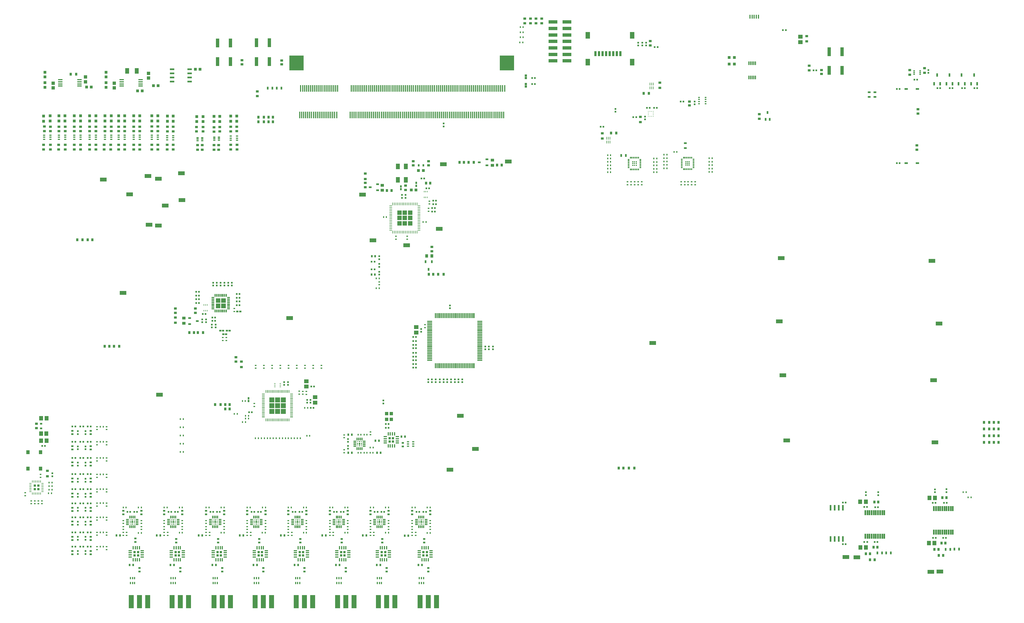
<source format=gtp>
G04*
G04 #@! TF.GenerationSoftware,Altium Limited,Altium Designer,20.0.13 (296)*
G04*
G04 Layer_Color=8421504*
%FSLAX25Y25*%
%MOIN*%
G70*
G01*
G75*
%ADD28R,0.05236X0.05236*%
%ADD29R,0.03150X0.03150*%
%ADD30R,0.01772X0.01772*%
%ADD31R,0.01772X0.01772*%
%ADD32R,0.02953X0.02953*%
%ADD33R,0.05866X0.05866*%
%ADD34R,0.03740X0.03740*%
%ADD35R,0.03150X0.03740*%
%ADD36O,0.01181X0.05315*%
%ADD37R,0.03937X0.04134*%
%ADD38R,0.03740X0.03740*%
%ADD39R,0.10827X0.03937*%
%ADD40R,0.03937X0.11024*%
%ADD41R,0.02047X0.02835*%
%ADD42R,0.08268X0.05118*%
%ADD43R,0.02441X0.02598*%
%ADD44R,0.02441X0.02756*%
%ADD45R,0.01772X0.02165*%
%ADD46R,0.05709X0.02362*%
%ADD47R,0.04528X0.06890*%
%ADD48R,0.05512X0.01772*%
%ADD49R,0.02598X0.02441*%
%ADD50R,0.00984X0.03740*%
%ADD51R,0.02165X0.01772*%
%ADD52R,0.03937X0.04724*%
%ADD53R,0.02362X0.01378*%
%ADD54R,0.02165X0.02165*%
%ADD55R,0.01181X0.02756*%
%ADD56R,0.02165X0.03740*%
%ADD57R,0.03740X0.02165*%
%ADD58R,0.02284X0.02598*%
%ADD59R,0.02323X0.02441*%
%ADD60R,0.01968X0.01968*%
%ADD61R,0.05512X0.04921*%
%ADD62R,0.04921X0.05512*%
%ADD63O,0.00984X0.03543*%
%ADD64O,0.03543X0.00984*%
%ADD65R,0.04375X0.02365*%
%ADD66O,0.00984X0.03150*%
%ADD67O,0.03150X0.00984*%
%ADD68R,0.01378X0.01968*%
%ADD69R,0.01968X0.01378*%
%ADD70R,0.03956X0.01535*%
%ADD71R,0.01535X0.03956*%
%ADD72O,0.00787X0.03543*%
%ADD73O,0.03543X0.00787*%
%ADD74R,0.02441X0.02323*%
%ADD75R,0.02165X0.02362*%
%ADD76R,0.02362X0.02165*%
%ADD77R,0.02835X0.02047*%
%ADD78R,0.01968X0.01968*%
%ADD79R,0.02598X0.02284*%
%ADD80R,0.01968X0.03347*%
%ADD81R,0.03543X0.02756*%
%ADD82R,0.01772X0.04724*%
%ADD83R,0.03150X0.05906*%
%ADD84R,0.05709X0.07874*%
%ADD85R,0.03740X0.03150*%
%ADD86R,0.05906X0.01181*%
%ADD87R,0.01181X0.05906*%
%ADD88R,0.03740X0.02362*%
%ADD89R,0.02953X0.03543*%
%ADD90R,0.17700X0.18100*%
%ADD91R,0.01400X0.07900*%
%ADD92R,0.01968X0.06496*%
%ADD93R,0.02362X0.06693*%
%ADD94R,0.01083X0.00984*%
%ADD95R,0.00984X0.01083*%
%ADD96R,0.04331X0.03937*%
G04:AMPARAMS|DCode=97|XSize=7.87mil|YSize=17.72mil|CornerRadius=1.97mil|HoleSize=0mil|Usage=FLASHONLY|Rotation=180.000|XOffset=0mil|YOffset=0mil|HoleType=Round|Shape=RoundedRectangle|*
%AMROUNDEDRECTD97*
21,1,0.00787,0.01378,0,0,180.0*
21,1,0.00394,0.01772,0,0,180.0*
1,1,0.00394,-0.00197,0.00689*
1,1,0.00394,0.00197,0.00689*
1,1,0.00394,0.00197,-0.00689*
1,1,0.00394,-0.00197,-0.00689*
%
%ADD97ROUNDEDRECTD97*%
%ADD98R,0.05512X0.04528*%
%ADD99R,0.03740X0.03347*%
%ADD100R,0.02756X0.01378*%
%ADD101R,0.03543X0.02953*%
%ADD102R,0.00100X0.00100*%
%ADD103R,0.01200X0.03200*%
%ADD104R,0.03200X0.01200*%
%ADD105R,0.03937X0.03543*%
%ADD106R,0.02756X0.01181*%
%ADD107R,0.00100X0.00100*%
%ADD108R,0.06000X0.16000*%
%ADD109R,0.02756X0.03543*%
%ADD110R,0.02953X0.01772*%
%ADD111R,0.02953X0.02559*%
%ADD112R,0.02953X0.03740*%
%ADD113R,0.04528X0.05512*%
%ADD114R,0.02362X0.04134*%
%ADD115R,0.03543X0.03937*%
%ADD116R,0.02362X0.03740*%
%ADD117R,0.04921X0.06890*%
%ADD118R,0.03347X0.03543*%
%ADD119R,0.02362X0.03150*%
%ADD120R,0.03740X0.03543*%
%ADD121R,0.03150X0.02362*%
%ADD122R,0.03347X0.03740*%
G04:AMPARAMS|DCode=123|XSize=7.87mil|YSize=17.72mil|CornerRadius=1.97mil|HoleSize=0mil|Usage=FLASHONLY|Rotation=90.000|XOffset=0mil|YOffset=0mil|HoleType=Round|Shape=RoundedRectangle|*
%AMROUNDEDRECTD123*
21,1,0.00787,0.01378,0,0,90.0*
21,1,0.00394,0.01772,0,0,90.0*
1,1,0.00394,0.00689,0.00197*
1,1,0.00394,0.00689,-0.00197*
1,1,0.00394,-0.00689,-0.00197*
1,1,0.00394,-0.00689,0.00197*
%
%ADD123ROUNDEDRECTD123*%
G36*
X259278Y472066D02*
X253665D01*
Y477679D01*
X259278D01*
Y472066D01*
D02*
G37*
G36*
X252878D02*
X247265D01*
Y477679D01*
X252878D01*
Y472066D01*
D02*
G37*
G36*
X259278Y465666D02*
X253665D01*
Y471279D01*
X259278D01*
Y465666D01*
D02*
G37*
G36*
X252878D02*
X247265D01*
Y471279D01*
X252878D01*
Y465666D01*
D02*
G37*
G36*
X425018Y302381D02*
X424564D01*
X424007Y302938D01*
Y303393D01*
X425018D01*
Y302381D01*
D02*
G37*
G36*
X423219Y302938D02*
X422662Y302381D01*
X421463D01*
X420907Y302938D01*
Y303393D01*
X423219D01*
Y302938D01*
D02*
G37*
G36*
X420119D02*
X419562Y302381D01*
X419108D01*
Y303393D01*
X420119D01*
Y302938D01*
D02*
G37*
G36*
X425018Y299282D02*
X424564D01*
X424007Y299838D01*
Y301037D01*
X424564Y301594D01*
X425018D01*
Y299282D01*
D02*
G37*
G36*
X423219Y301037D02*
Y299838D01*
X422662Y299282D01*
X421463D01*
X420907Y299838D01*
Y301037D01*
X421463Y301594D01*
X422662D01*
X423219Y301037D01*
D02*
G37*
G36*
X420119D02*
Y299838D01*
X419562Y299282D01*
X419108D01*
Y301594D01*
X419562D01*
X420119Y301037D01*
D02*
G37*
G36*
X425018Y297483D02*
X424007D01*
Y297937D01*
X424564Y298494D01*
X425018D01*
Y297483D01*
D02*
G37*
G36*
X423219Y297937D02*
Y297483D01*
X420907D01*
Y297937D01*
X421463Y298494D01*
X422662D01*
X423219Y297937D01*
D02*
G37*
G36*
X420119D02*
Y297483D01*
X419108D01*
Y298494D01*
X419562D01*
X420119Y297937D01*
D02*
G37*
G36*
X500061Y207184D02*
X499607D01*
X499050Y207741D01*
Y208195D01*
X500061D01*
Y207184D01*
D02*
G37*
G36*
X498263Y207741D02*
X497706Y207184D01*
X496507D01*
X495950Y207741D01*
Y208195D01*
X498263D01*
Y207741D01*
D02*
G37*
G36*
X495163D02*
X494606Y207184D01*
X494151D01*
Y208195D01*
X495163D01*
Y207741D01*
D02*
G37*
G36*
X449309Y207184D02*
X448855D01*
X448298Y207741D01*
Y208195D01*
X449309D01*
Y207184D01*
D02*
G37*
G36*
X447511Y207741D02*
X446954Y207184D01*
X445755D01*
X445198Y207741D01*
Y208195D01*
X447511D01*
Y207741D01*
D02*
G37*
G36*
X444411D02*
X443854Y207184D01*
X443399D01*
Y208195D01*
X444411D01*
Y207741D01*
D02*
G37*
G36*
X399829Y207184D02*
X399375D01*
X398818Y207741D01*
Y208195D01*
X399829D01*
Y207184D01*
D02*
G37*
G36*
X398030Y207741D02*
X397474Y207184D01*
X396274D01*
X395718Y207741D01*
Y208195D01*
X398030D01*
Y207741D01*
D02*
G37*
G36*
X394930D02*
X394373Y207184D01*
X393919D01*
Y208195D01*
X394930D01*
Y207741D01*
D02*
G37*
G36*
X349522Y207184D02*
X349067D01*
X348511Y207741D01*
Y208195D01*
X349522D01*
Y207184D01*
D02*
G37*
G36*
X347723Y207741D02*
X347166Y207184D01*
X345967D01*
X345411Y207741D01*
Y208195D01*
X347723D01*
Y207741D01*
D02*
G37*
G36*
X344623D02*
X344066Y207184D01*
X343612D01*
Y208195D01*
X344623D01*
Y207741D01*
D02*
G37*
G36*
X299431Y207184D02*
X298977D01*
X298420Y207741D01*
Y208195D01*
X299431D01*
Y207184D01*
D02*
G37*
G36*
X297633Y207741D02*
X297076Y207184D01*
X295877D01*
X295320Y207741D01*
Y208195D01*
X297633D01*
Y207741D01*
D02*
G37*
G36*
X294533D02*
X293976Y207184D01*
X293521D01*
Y208195D01*
X294533D01*
Y207741D01*
D02*
G37*
G36*
X249416Y207184D02*
X248961D01*
X248404Y207741D01*
Y208195D01*
X249416D01*
Y207184D01*
D02*
G37*
G36*
X247617Y207741D02*
X247060Y207184D01*
X245861D01*
X245304Y207741D01*
Y208195D01*
X247617D01*
Y207741D01*
D02*
G37*
G36*
X244517D02*
X243960Y207184D01*
X243506D01*
Y208195D01*
X244517D01*
Y207741D01*
D02*
G37*
G36*
X198471Y207184D02*
X198016D01*
X197459Y207741D01*
Y208195D01*
X198471D01*
Y207184D01*
D02*
G37*
G36*
X196672Y207741D02*
X196115Y207184D01*
X194916D01*
X194359Y207741D01*
Y208195D01*
X196672D01*
Y207741D01*
D02*
G37*
G36*
X193572D02*
X193015Y207184D01*
X192561D01*
Y208195D01*
X193572D01*
Y207741D01*
D02*
G37*
G36*
X148596Y207184D02*
X148141D01*
X147584Y207741D01*
Y208195D01*
X148596D01*
Y207184D01*
D02*
G37*
G36*
X146797Y207741D02*
X146240Y207184D01*
X145041D01*
X144484Y207741D01*
Y208195D01*
X146797D01*
Y207741D01*
D02*
G37*
G36*
X143697D02*
X143140Y207184D01*
X142686D01*
Y208195D01*
X143697D01*
Y207741D01*
D02*
G37*
G36*
X500061Y204084D02*
X499607D01*
X499050Y204641D01*
Y205840D01*
X499607Y206397D01*
X500061D01*
Y204084D01*
D02*
G37*
G36*
X498263Y205840D02*
Y204641D01*
X497706Y204084D01*
X496507D01*
X495950Y204641D01*
Y205840D01*
X496507Y206397D01*
X497706D01*
X498263Y205840D01*
D02*
G37*
G36*
X495163D02*
Y204641D01*
X494606Y204084D01*
X494151D01*
Y206397D01*
X494606D01*
X495163Y205840D01*
D02*
G37*
G36*
X449309Y204084D02*
X448855D01*
X448298Y204641D01*
Y205840D01*
X448855Y206397D01*
X449309D01*
Y204084D01*
D02*
G37*
G36*
X447511Y205840D02*
Y204641D01*
X446954Y204084D01*
X445755D01*
X445198Y204641D01*
Y205840D01*
X445755Y206397D01*
X446954D01*
X447511Y205840D01*
D02*
G37*
G36*
X444411D02*
Y204641D01*
X443854Y204084D01*
X443399D01*
Y206397D01*
X443854D01*
X444411Y205840D01*
D02*
G37*
G36*
X399829Y204084D02*
X399375D01*
X398818Y204641D01*
Y205840D01*
X399375Y206397D01*
X399829D01*
Y204084D01*
D02*
G37*
G36*
X398030Y205840D02*
Y204641D01*
X397474Y204084D01*
X396274D01*
X395718Y204641D01*
Y205840D01*
X396274Y206397D01*
X397474D01*
X398030Y205840D01*
D02*
G37*
G36*
X394930D02*
Y204641D01*
X394373Y204084D01*
X393919D01*
Y206397D01*
X394373D01*
X394930Y205840D01*
D02*
G37*
G36*
X349522Y204084D02*
X349067D01*
X348511Y204641D01*
Y205840D01*
X349067Y206397D01*
X349522D01*
Y204084D01*
D02*
G37*
G36*
X347723Y205840D02*
Y204641D01*
X347166Y204084D01*
X345967D01*
X345411Y204641D01*
Y205840D01*
X345967Y206397D01*
X347166D01*
X347723Y205840D01*
D02*
G37*
G36*
X344623D02*
Y204641D01*
X344066Y204084D01*
X343612D01*
Y206397D01*
X344066D01*
X344623Y205840D01*
D02*
G37*
G36*
X299431Y204084D02*
X298977D01*
X298420Y204641D01*
Y205840D01*
X298977Y206397D01*
X299431D01*
Y204084D01*
D02*
G37*
G36*
X297633Y205840D02*
Y204641D01*
X297076Y204084D01*
X295877D01*
X295320Y204641D01*
Y205840D01*
X295877Y206397D01*
X297076D01*
X297633Y205840D01*
D02*
G37*
G36*
X294533D02*
Y204641D01*
X293976Y204084D01*
X293521D01*
Y206397D01*
X293976D01*
X294533Y205840D01*
D02*
G37*
G36*
X249416Y204084D02*
X248961D01*
X248404Y204641D01*
Y205840D01*
X248961Y206397D01*
X249416D01*
Y204084D01*
D02*
G37*
G36*
X247617Y205840D02*
Y204641D01*
X247060Y204084D01*
X245861D01*
X245304Y204641D01*
Y205840D01*
X245861Y206397D01*
X247060D01*
X247617Y205840D01*
D02*
G37*
G36*
X244517D02*
Y204641D01*
X243960Y204084D01*
X243506D01*
Y206397D01*
X243960D01*
X244517Y205840D01*
D02*
G37*
G36*
X198471Y204084D02*
X198016D01*
X197459Y204641D01*
Y205840D01*
X198016Y206397D01*
X198471D01*
Y204084D01*
D02*
G37*
G36*
X196672Y205840D02*
Y204641D01*
X196115Y204084D01*
X194916D01*
X194359Y204641D01*
Y205840D01*
X194916Y206397D01*
X196115D01*
X196672Y205840D01*
D02*
G37*
G36*
X193572D02*
Y204641D01*
X193015Y204084D01*
X192561D01*
Y206397D01*
X193015D01*
X193572Y205840D01*
D02*
G37*
G36*
X148596Y204084D02*
X148141D01*
X147584Y204641D01*
Y205840D01*
X148141Y206397D01*
X148596D01*
Y204084D01*
D02*
G37*
G36*
X146797Y205840D02*
Y204641D01*
X146240Y204084D01*
X145041D01*
X144484Y204641D01*
Y205840D01*
X145041Y206397D01*
X146240D01*
X146797Y205840D01*
D02*
G37*
G36*
X143697D02*
Y204641D01*
X143140Y204084D01*
X142686D01*
Y206397D01*
X143140D01*
X143697Y205840D01*
D02*
G37*
G36*
X500061Y202285D02*
X499050D01*
Y202740D01*
X499607Y203296D01*
X500061D01*
Y202285D01*
D02*
G37*
G36*
X498263Y202740D02*
Y202285D01*
X495950D01*
Y202740D01*
X496507Y203296D01*
X497706D01*
X498263Y202740D01*
D02*
G37*
G36*
X495163D02*
Y202285D01*
X494151D01*
Y203296D01*
X494606D01*
X495163Y202740D01*
D02*
G37*
G36*
X449309Y202285D02*
X448298D01*
Y202740D01*
X448855Y203296D01*
X449309D01*
Y202285D01*
D02*
G37*
G36*
X447511Y202740D02*
Y202285D01*
X445198D01*
Y202740D01*
X445755Y203296D01*
X446954D01*
X447511Y202740D01*
D02*
G37*
G36*
X444411D02*
Y202285D01*
X443399D01*
Y203296D01*
X443854D01*
X444411Y202740D01*
D02*
G37*
G36*
X399829Y202285D02*
X398818D01*
Y202740D01*
X399375Y203296D01*
X399829D01*
Y202285D01*
D02*
G37*
G36*
X398030Y202740D02*
Y202285D01*
X395718D01*
Y202740D01*
X396274Y203296D01*
X397474D01*
X398030Y202740D01*
D02*
G37*
G36*
X394930D02*
Y202285D01*
X393919D01*
Y203296D01*
X394373D01*
X394930Y202740D01*
D02*
G37*
G36*
X349522Y202285D02*
X348511D01*
Y202740D01*
X349067Y203296D01*
X349522D01*
Y202285D01*
D02*
G37*
G36*
X347723Y202740D02*
Y202285D01*
X345411D01*
Y202740D01*
X345967Y203296D01*
X347166D01*
X347723Y202740D01*
D02*
G37*
G36*
X344623D02*
Y202285D01*
X343612D01*
Y203296D01*
X344066D01*
X344623Y202740D01*
D02*
G37*
G36*
X299431Y202285D02*
X298420D01*
Y202740D01*
X298977Y203296D01*
X299431D01*
Y202285D01*
D02*
G37*
G36*
X297633Y202740D02*
Y202285D01*
X295320D01*
Y202740D01*
X295877Y203296D01*
X297076D01*
X297633Y202740D01*
D02*
G37*
G36*
X294533D02*
Y202285D01*
X293521D01*
Y203296D01*
X293976D01*
X294533Y202740D01*
D02*
G37*
G36*
X249416Y202285D02*
X248404D01*
Y202740D01*
X248961Y203296D01*
X249416D01*
Y202285D01*
D02*
G37*
G36*
X247617Y202740D02*
Y202285D01*
X245304D01*
Y202740D01*
X245861Y203296D01*
X247060D01*
X247617Y202740D01*
D02*
G37*
G36*
X244517D02*
Y202285D01*
X243506D01*
Y203296D01*
X243960D01*
X244517Y202740D01*
D02*
G37*
G36*
X198471Y202285D02*
X197459D01*
Y202740D01*
X198016Y203296D01*
X198471D01*
Y202285D01*
D02*
G37*
G36*
X196672Y202740D02*
Y202285D01*
X194359D01*
Y202740D01*
X194916Y203296D01*
X196115D01*
X196672Y202740D01*
D02*
G37*
G36*
X193572D02*
Y202285D01*
X192561D01*
Y203296D01*
X193015D01*
X193572Y202740D01*
D02*
G37*
G36*
X148596Y202285D02*
X147584D01*
Y202740D01*
X148141Y203296D01*
X148596D01*
Y202285D01*
D02*
G37*
G36*
X146797Y202740D02*
Y202285D01*
X144484D01*
Y202740D01*
X145041Y203296D01*
X146240D01*
X146797Y202740D01*
D02*
G37*
G36*
X143697D02*
Y202285D01*
X142686D01*
Y203296D01*
X143140D01*
X143697Y202740D01*
D02*
G37*
D28*
X483649Y581861D02*
D03*
X483646Y575426D02*
D03*
Y568997D02*
D03*
X477227Y581861D02*
D03*
X470793Y581859D02*
D03*
X470790Y575424D02*
D03*
X477225Y575426D02*
D03*
X470790Y568995D02*
D03*
X477225Y568997D02*
D03*
D29*
X26955Y249408D02*
D03*
X31282Y249408D02*
D03*
X26955Y245082D02*
D03*
X31282Y245081D02*
D03*
D30*
X758572Y639654D02*
D03*
Y641717D02*
D03*
X756505Y639654D02*
D03*
Y641717D02*
D03*
X754447Y639654D02*
D03*
X754439Y641717D02*
D03*
X823219Y639760D02*
D03*
Y641823D02*
D03*
X821152Y639760D02*
D03*
Y641823D02*
D03*
X819092Y639760D02*
D03*
X819085Y641823D02*
D03*
D31*
X758572Y643788D02*
D03*
X756505D02*
D03*
X754352Y643803D02*
D03*
X823219Y643894D02*
D03*
X821152D02*
D03*
X818998Y643910D02*
D03*
D32*
X458691Y307349D02*
D03*
X462820Y307349D02*
D03*
X458691Y303216D02*
D03*
X462820Y303216D02*
D03*
X202468Y168536D02*
D03*
X202468Y164406D02*
D03*
X198335Y168536D02*
D03*
X198334Y164406D02*
D03*
X353414Y168535D02*
D03*
Y164406D02*
D03*
X349280Y168535D02*
D03*
Y164406D02*
D03*
X403785Y168538D02*
D03*
X403782Y164406D02*
D03*
X399651Y168538D02*
D03*
X399648Y164406D02*
D03*
X453236Y168535D02*
D03*
X453236Y164406D02*
D03*
X449102Y168535D02*
D03*
X449102Y164406D02*
D03*
X503989Y168533D02*
D03*
X503991Y164406D02*
D03*
X499855Y168533D02*
D03*
X499857Y164406D02*
D03*
X253433Y168533D02*
D03*
X253435Y164406D02*
D03*
X249299Y168533D02*
D03*
X249302Y164406D02*
D03*
X303429Y168538D02*
D03*
X303427Y164406D02*
D03*
X299295Y168538D02*
D03*
X299293Y164406D02*
D03*
X152599Y168535D02*
D03*
X152598Y164406D02*
D03*
X148465Y168535D02*
D03*
X148465Y164406D02*
D03*
D33*
X315239Y346808D02*
D03*
Y353863D02*
D03*
X315237Y339771D02*
D03*
X329312D02*
D03*
X322257D02*
D03*
X322259Y346808D02*
D03*
X329314D02*
D03*
X322259Y353863D02*
D03*
X329314D02*
D03*
D34*
X171389Y736531D02*
D03*
X177098D02*
D03*
X222297Y756658D02*
D03*
X228006D02*
D03*
X95614Y734988D02*
D03*
X89906D02*
D03*
X152186Y730327D02*
D03*
X157894D02*
D03*
D35*
X77367Y750522D02*
D03*
X70871D02*
D03*
X774187Y727262D02*
D03*
X767691D02*
D03*
X727904Y678712D02*
D03*
X734400D02*
D03*
X561163Y643118D02*
D03*
X554667D02*
D03*
X305668Y692449D02*
D03*
X299172D02*
D03*
X305677Y698213D02*
D03*
X299181D02*
D03*
X1188197Y318402D02*
D03*
X1181701Y318403D02*
D03*
X1188197Y326441D02*
D03*
X1181701Y326439D02*
D03*
Y302330D02*
D03*
X1188197Y302331D02*
D03*
X1181701Y310367D02*
D03*
X1188197Y310366D02*
D03*
X517785Y506996D02*
D03*
X524281D02*
D03*
X231896Y435772D02*
D03*
X225400Y435773D02*
D03*
X78676Y548969D02*
D03*
X85173Y548970D02*
D03*
X129886Y419358D02*
D03*
X123390D02*
D03*
X252941Y348125D02*
D03*
X246445D02*
D03*
X756333Y270943D02*
D03*
X749837D02*
D03*
D36*
X895807Y746384D02*
D03*
X897775D02*
D03*
X899743D02*
D03*
X901712D02*
D03*
X903681D02*
D03*
X895807Y763903D02*
D03*
X897775D02*
D03*
X899743D02*
D03*
X901712D02*
D03*
X903681D02*
D03*
D37*
X88717Y741179D02*
D03*
Y747085D02*
D03*
X123836Y739683D02*
D03*
Y733778D02*
D03*
X49279Y733776D02*
D03*
Y739681D02*
D03*
X165274Y751642D02*
D03*
Y745736D02*
D03*
D38*
X113893Y734571D02*
D03*
Y740280D02*
D03*
X39335Y734571D02*
D03*
Y740279D02*
D03*
X39355Y752941D02*
D03*
Y747232D02*
D03*
X113895Y752941D02*
D03*
Y747232D02*
D03*
D39*
X674318Y814052D02*
D03*
Y806178D02*
D03*
Y798304D02*
D03*
Y790430D02*
D03*
Y782556D02*
D03*
Y774682D02*
D03*
Y766808D02*
D03*
X657546D02*
D03*
Y774682D02*
D03*
Y782556D02*
D03*
Y790430D02*
D03*
Y798304D02*
D03*
Y806178D02*
D03*
Y814052D02*
D03*
D40*
X1009108Y777927D02*
D03*
X993360D02*
D03*
X1009108Y755092D02*
D03*
X993360D02*
D03*
X249376Y765740D02*
D03*
X265124D02*
D03*
X249376Y788575D02*
D03*
X265124D02*
D03*
X296644Y765929D02*
D03*
X312392D02*
D03*
X296644Y788763D02*
D03*
X312392D02*
D03*
D41*
X247443Y152943D02*
D03*
X243112D02*
D03*
X408323Y311385D02*
D03*
X412654D02*
D03*
X441311Y304078D02*
D03*
X445642D02*
D03*
X447673Y289477D02*
D03*
X443342D02*
D03*
X408323Y289475D02*
D03*
X412654D02*
D03*
X476925Y188638D02*
D03*
X481256D02*
D03*
X498061Y152945D02*
D03*
X493731D02*
D03*
X426173Y188850D02*
D03*
X430504D02*
D03*
X447323Y152945D02*
D03*
X442992D02*
D03*
X397870Y152943D02*
D03*
X393539D02*
D03*
X376693Y188850D02*
D03*
X381024D02*
D03*
X326343D02*
D03*
X330673D02*
D03*
X347500Y152945D02*
D03*
X343169D02*
D03*
X276295Y188850D02*
D03*
X280626D02*
D03*
X297516Y152943D02*
D03*
X293185D02*
D03*
X226279Y188850D02*
D03*
X230610D02*
D03*
X175335D02*
D03*
X179665D02*
D03*
X196476Y152941D02*
D03*
X192146D02*
D03*
X473059Y309114D02*
D03*
X477391D02*
D03*
X146682Y152941D02*
D03*
X142351D02*
D03*
X126475Y188878D02*
D03*
X130806D02*
D03*
D42*
X110514Y622095D02*
D03*
X134327Y484236D02*
D03*
X1118561Y523324D02*
D03*
X178701Y360265D02*
D03*
X164723Y626371D02*
D03*
X425576Y603968D02*
D03*
X1122047Y302045D02*
D03*
X1126978Y446850D02*
D03*
X1120558Y377953D02*
D03*
X778583Y423228D02*
D03*
X544732Y334660D02*
D03*
X563096Y294202D02*
D03*
X532104Y268833D02*
D03*
X337224Y453543D02*
D03*
X205993Y597344D02*
D03*
X166142Y567354D02*
D03*
X142370Y604331D02*
D03*
X177394Y566142D02*
D03*
X185827Y590551D02*
D03*
X177425Y623161D02*
D03*
X205552Y629921D02*
D03*
X603150Y644095D02*
D03*
X438366Y548090D02*
D03*
X519186Y562062D02*
D03*
X479376Y542147D02*
D03*
X524022Y640836D02*
D03*
X934931Y526552D02*
D03*
X937154Y383980D02*
D03*
X941650Y304423D02*
D03*
X932898Y449608D02*
D03*
X1128195Y144707D02*
D03*
X1117037Y144630D02*
D03*
X1013645Y162682D02*
D03*
X1026908Y162282D02*
D03*
D43*
X472551Y610561D02*
D03*
Y614026D02*
D03*
X490946Y618131D02*
D03*
Y614666D02*
D03*
D44*
X287167Y352505D02*
D03*
Y355733D02*
D03*
D45*
X283183Y352539D02*
D03*
X279640D02*
D03*
X442449Y501768D02*
D03*
X445992D02*
D03*
X442449Y489921D02*
D03*
X445992D02*
D03*
X1162448Y235059D02*
D03*
X1165991D02*
D03*
X1156549Y241492D02*
D03*
X1160092D02*
D03*
X420342Y311385D02*
D03*
X423886D02*
D03*
X438651Y295932D02*
D03*
X435107D02*
D03*
X438453Y289477D02*
D03*
X434909D02*
D03*
X427626D02*
D03*
X431169D02*
D03*
X420342Y289475D02*
D03*
X423886D02*
D03*
X504480Y222913D02*
D03*
X508024D02*
D03*
Y191983D02*
D03*
X504480Y191984D02*
D03*
X489689Y222913D02*
D03*
X486146D02*
D03*
X438937D02*
D03*
X435394D02*
D03*
X453728D02*
D03*
X457272D02*
D03*
Y192168D02*
D03*
X453728Y192169D02*
D03*
X404248Y222913D02*
D03*
X407791D02*
D03*
X389457D02*
D03*
X385913D02*
D03*
X407791Y192083D02*
D03*
X404248D02*
D03*
X353941Y222913D02*
D03*
X357484D02*
D03*
X339106D02*
D03*
X335563D02*
D03*
X357484Y192083D02*
D03*
X353941D02*
D03*
X307437D02*
D03*
X303894D02*
D03*
X304075Y222913D02*
D03*
X307618D02*
D03*
X289059D02*
D03*
X285516D02*
D03*
X257421Y192083D02*
D03*
X253878D02*
D03*
Y222941D02*
D03*
X257421D02*
D03*
X239043Y222913D02*
D03*
X235500D02*
D03*
X202961D02*
D03*
X206504D02*
D03*
Y192168D02*
D03*
X202961D02*
D03*
X188098Y222913D02*
D03*
X184555D02*
D03*
X349977Y307221D02*
D03*
X346433D02*
D03*
X342764D02*
D03*
X339220D02*
D03*
X335551D02*
D03*
X332008D02*
D03*
X328318D02*
D03*
X324775D02*
D03*
X320741D02*
D03*
X317198D02*
D03*
X313452D02*
D03*
X309909D02*
D03*
X306307D02*
D03*
X302764D02*
D03*
X299060D02*
D03*
X295517D02*
D03*
X44548Y253326D02*
D03*
X48092D02*
D03*
X44548Y248979D02*
D03*
X48092D02*
D03*
X44548Y244631D02*
D03*
X48092D02*
D03*
X43740Y240279D02*
D03*
X47283D02*
D03*
X110278Y175131D02*
D03*
X106734D02*
D03*
X110278Y192671D02*
D03*
X106734D02*
D03*
X110278Y210994D02*
D03*
X106734D02*
D03*
X110278Y228064D02*
D03*
X106734D02*
D03*
X110278Y245308D02*
D03*
X106734D02*
D03*
X110278Y263242D02*
D03*
X106734D02*
D03*
X110278Y302887D02*
D03*
X106734D02*
D03*
X357942Y310266D02*
D03*
X361486D02*
D03*
X808228Y655864D02*
D03*
X804685D02*
D03*
X850933Y643957D02*
D03*
X847390D02*
D03*
X850933Y631551D02*
D03*
X847390D02*
D03*
X850933Y635685D02*
D03*
X847390D02*
D03*
X850933Y639819D02*
D03*
X847390D02*
D03*
X850933Y648091D02*
D03*
X847390D02*
D03*
X792480Y635961D02*
D03*
X796024D02*
D03*
X792480Y644232D02*
D03*
X796024D02*
D03*
X792480Y640098D02*
D03*
X796024D02*
D03*
X792480Y648366D02*
D03*
X796024D02*
D03*
X792480Y652504D02*
D03*
X796024D02*
D03*
X783693Y631194D02*
D03*
X780150D02*
D03*
X783693Y639464D02*
D03*
X780150D02*
D03*
X783693Y635329D02*
D03*
X780150D02*
D03*
X783693Y643598D02*
D03*
X780150D02*
D03*
X783693Y647733D02*
D03*
X780150D02*
D03*
X723992Y652024D02*
D03*
X727535D02*
D03*
X723992Y647890D02*
D03*
X727535D02*
D03*
X723992Y643752D02*
D03*
X727535D02*
D03*
X723992Y639619D02*
D03*
X727535D02*
D03*
X723992Y635484D02*
D03*
X727535D02*
D03*
X723992Y631350D02*
D03*
X727535D02*
D03*
X269720Y336823D02*
D03*
X273264D02*
D03*
X279824Y326961D02*
D03*
X283368D02*
D03*
X207585Y330608D02*
D03*
X204042D02*
D03*
X204042Y320608D02*
D03*
X207585D02*
D03*
X204042Y310608D02*
D03*
X207585D02*
D03*
X204042Y290608D02*
D03*
X207585D02*
D03*
X204042Y300608D02*
D03*
X207585D02*
D03*
X110278Y283084D02*
D03*
X106734D02*
D03*
X110278Y321352D02*
D03*
X106734D02*
D03*
X427626Y311385D02*
D03*
X431169D02*
D03*
X359024Y344262D02*
D03*
X355481D02*
D03*
X286929Y334594D02*
D03*
X283386D02*
D03*
X286984Y331209D02*
D03*
X283441D02*
D03*
X153079Y222913D02*
D03*
X156622D02*
D03*
X138224D02*
D03*
X134681D02*
D03*
X156646Y192032D02*
D03*
X153102D02*
D03*
X621117Y795553D02*
D03*
X617573D02*
D03*
X621117Y807709D02*
D03*
X617573D02*
D03*
X503083Y570501D02*
D03*
X499539D02*
D03*
X451299Y576378D02*
D03*
X454843D02*
D03*
X617573Y801387D02*
D03*
X621117D02*
D03*
X617131Y789241D02*
D03*
X620674D02*
D03*
D46*
X194043Y756658D02*
D03*
X194045Y751658D02*
D03*
Y746658D02*
D03*
Y741658D02*
D03*
X215501Y756658D02*
D03*
Y751658D02*
D03*
Y746658D02*
D03*
Y741658D02*
D03*
D47*
X150981Y754468D02*
D03*
X139563D02*
D03*
D48*
X155817Y736063D02*
D03*
Y738622D02*
D03*
Y741181D02*
D03*
Y743740D02*
D03*
X132588Y736063D02*
D03*
Y738622D02*
D03*
Y741181D02*
D03*
Y743740D02*
D03*
X81258Y736063D02*
D03*
Y738622D02*
D03*
Y741181D02*
D03*
Y743740D02*
D03*
X58031Y736063D02*
D03*
X58030Y738622D02*
D03*
Y741181D02*
D03*
Y743740D02*
D03*
D49*
X276985Y461598D02*
D03*
X273521D02*
D03*
X259783Y433859D02*
D03*
X256318D02*
D03*
X264116Y438260D02*
D03*
X260651Y438258D02*
D03*
X252629Y438260D02*
D03*
X256093D02*
D03*
D50*
X722764Y667765D02*
D03*
X724733D02*
D03*
X726701D02*
D03*
X722764Y672449D02*
D03*
X724733D02*
D03*
X726701D02*
D03*
X779248Y738496D02*
D03*
X777280D02*
D03*
X775311D02*
D03*
X779248Y733811D02*
D03*
X777280D02*
D03*
X775311D02*
D03*
D51*
X255866Y429815D02*
D03*
Y426272D02*
D03*
X445913Y497614D02*
D03*
Y494071D02*
D03*
X403563Y307810D02*
D03*
Y311353D02*
D03*
Y293117D02*
D03*
Y289573D02*
D03*
X508024Y199677D02*
D03*
Y196134D02*
D03*
Y206961D02*
D03*
Y203417D02*
D03*
X486146Y206961D02*
D03*
Y203417D02*
D03*
Y199677D02*
D03*
Y196134D02*
D03*
X490280Y188850D02*
D03*
Y192394D02*
D03*
X486146Y188850D02*
D03*
Y192394D02*
D03*
X435394Y199677D02*
D03*
Y196134D02*
D03*
Y206961D02*
D03*
Y203417D02*
D03*
X457272Y206961D02*
D03*
Y203417D02*
D03*
X439529Y188850D02*
D03*
Y192394D02*
D03*
X435394Y188850D02*
D03*
Y192394D02*
D03*
X407791Y199677D02*
D03*
Y196134D02*
D03*
Y206961D02*
D03*
Y203417D02*
D03*
X385913Y206961D02*
D03*
Y203417D02*
D03*
Y199677D02*
D03*
Y196134D02*
D03*
X390048Y188850D02*
D03*
Y192394D02*
D03*
X385913Y188850D02*
D03*
Y192394D02*
D03*
X357484Y199677D02*
D03*
Y196134D02*
D03*
Y206961D02*
D03*
Y203417D02*
D03*
X335563Y206961D02*
D03*
Y203417D02*
D03*
Y199677D02*
D03*
Y196134D02*
D03*
Y188850D02*
D03*
Y192394D02*
D03*
X339698Y188850D02*
D03*
Y192394D02*
D03*
X307618Y199677D02*
D03*
Y196134D02*
D03*
Y206961D02*
D03*
Y203417D02*
D03*
X285516Y206961D02*
D03*
Y203417D02*
D03*
Y199677D02*
D03*
Y196134D02*
D03*
X289651Y188850D02*
D03*
Y192394D02*
D03*
X285516Y188850D02*
D03*
Y192394D02*
D03*
X257421Y199677D02*
D03*
Y196134D02*
D03*
Y206961D02*
D03*
Y203417D02*
D03*
X235500Y206961D02*
D03*
Y203417D02*
D03*
Y199677D02*
D03*
Y196134D02*
D03*
X239635Y188850D02*
D03*
Y192394D02*
D03*
X235500Y188850D02*
D03*
Y192394D02*
D03*
X206504Y206961D02*
D03*
Y203417D02*
D03*
X184555Y206961D02*
D03*
Y203417D02*
D03*
Y199677D02*
D03*
Y196134D02*
D03*
X188690Y188850D02*
D03*
Y192394D02*
D03*
X35679Y231016D02*
D03*
Y227472D02*
D03*
X31332Y231016D02*
D03*
Y227472D02*
D03*
X26984Y231016D02*
D03*
Y227472D02*
D03*
X22637Y231016D02*
D03*
Y227472D02*
D03*
X15477Y240782D02*
D03*
Y237239D02*
D03*
X114258Y175133D02*
D03*
Y171590D02*
D03*
X102797Y175133D02*
D03*
Y171590D02*
D03*
X114258Y192671D02*
D03*
Y189127D02*
D03*
X102797Y192671D02*
D03*
Y189127D02*
D03*
X114258Y210994D02*
D03*
Y207450D02*
D03*
X102797Y210994D02*
D03*
Y207450D02*
D03*
X114258Y228064D02*
D03*
Y224521D02*
D03*
X102797Y228064D02*
D03*
Y224521D02*
D03*
X114258Y245308D02*
D03*
Y241765D02*
D03*
X102797Y245309D02*
D03*
Y241765D02*
D03*
Y263240D02*
D03*
Y259697D02*
D03*
X114258Y283088D02*
D03*
Y279545D02*
D03*
X102799Y302887D02*
D03*
Y299344D02*
D03*
X348816Y364371D02*
D03*
Y360827D02*
D03*
X830267Y615976D02*
D03*
Y619520D02*
D03*
X825936Y615976D02*
D03*
Y619520D02*
D03*
X821802Y615976D02*
D03*
Y619520D02*
D03*
X817666Y615976D02*
D03*
Y619520D02*
D03*
X813531Y615976D02*
D03*
Y619520D02*
D03*
X765443Y615976D02*
D03*
Y619520D02*
D03*
X761096Y615975D02*
D03*
Y619518D02*
D03*
X756748Y615975D02*
D03*
Y619518D02*
D03*
X752251Y615975D02*
D03*
Y619518D02*
D03*
X748053Y615975D02*
D03*
Y619518D02*
D03*
X355591Y395925D02*
D03*
Y392382D02*
D03*
X335591Y395925D02*
D03*
Y392382D02*
D03*
X315591Y395925D02*
D03*
Y392382D02*
D03*
X365591Y395925D02*
D03*
Y392382D02*
D03*
X325590Y395925D02*
D03*
Y392382D02*
D03*
X345590Y395925D02*
D03*
Y392382D02*
D03*
X305591Y395925D02*
D03*
Y392382D02*
D03*
X295590Y395925D02*
D03*
Y392382D02*
D03*
X375590Y395925D02*
D03*
Y392382D02*
D03*
X269898Y465167D02*
D03*
Y461623D02*
D03*
X114258Y263242D02*
D03*
Y259697D02*
D03*
X102797Y283082D02*
D03*
Y279545D02*
D03*
X114258Y302887D02*
D03*
Y299344D02*
D03*
X102797Y321352D02*
D03*
Y317809D02*
D03*
X114258Y321352D02*
D03*
Y317809D02*
D03*
X435304Y311385D02*
D03*
Y314929D02*
D03*
X457272Y199677D02*
D03*
Y196134D02*
D03*
X206504Y199650D02*
D03*
Y196106D02*
D03*
X184555Y188850D02*
D03*
Y192394D02*
D03*
X134681Y206961D02*
D03*
Y203417D02*
D03*
X156622Y206961D02*
D03*
Y203417D02*
D03*
X138816Y188850D02*
D03*
Y192394D02*
D03*
X134681Y188850D02*
D03*
Y192394D02*
D03*
Y199677D02*
D03*
Y196134D02*
D03*
X156622Y199650D02*
D03*
Y196106D02*
D03*
X480148Y549535D02*
D03*
Y553079D02*
D03*
X466370Y549535D02*
D03*
Y553079D02*
D03*
X506082Y583602D02*
D03*
Y587145D02*
D03*
X507169Y596014D02*
D03*
Y592471D02*
D03*
X33999Y259619D02*
D03*
Y263162D02*
D03*
X260234Y426272D02*
D03*
Y429815D02*
D03*
X294075Y349488D02*
D03*
Y345945D02*
D03*
X353165Y364266D02*
D03*
X353164Y360723D02*
D03*
X357298Y364198D02*
D03*
Y360655D02*
D03*
X501661Y445520D02*
D03*
Y441976D02*
D03*
D52*
X33999Y290244D02*
D03*
X18644D02*
D03*
Y270244D02*
D03*
X33999D02*
D03*
D53*
X1096583Y750433D02*
D03*
Y752402D02*
D03*
Y754370D02*
D03*
X1104063D02*
D03*
Y752402D02*
D03*
Y750433D02*
D03*
D54*
X524398Y690550D02*
D03*
Y687006D02*
D03*
D55*
X344268Y130709D02*
D03*
X346827D02*
D03*
X349386D02*
D03*
Y137008D02*
D03*
X346827D02*
D03*
X344268D02*
D03*
X494803D02*
D03*
X497362D02*
D03*
X499921D02*
D03*
Y130709D02*
D03*
X497362D02*
D03*
X494803D02*
D03*
X443705Y137008D02*
D03*
X446264D02*
D03*
X448823D02*
D03*
Y130709D02*
D03*
X446264D02*
D03*
X443705D02*
D03*
X394493Y137008D02*
D03*
X397051D02*
D03*
X399611D02*
D03*
Y130709D02*
D03*
X397053D02*
D03*
X394493D02*
D03*
X294195Y137008D02*
D03*
X296754D02*
D03*
X299313D02*
D03*
Y130709D02*
D03*
X296754D02*
D03*
X294195D02*
D03*
X243984Y137008D02*
D03*
X246543D02*
D03*
X249102D02*
D03*
Y130709D02*
D03*
X246543D02*
D03*
X243984D02*
D03*
X192787Y137008D02*
D03*
X195346D02*
D03*
X197906D02*
D03*
Y130709D02*
D03*
X195346D02*
D03*
X192787D02*
D03*
X143405Y137008D02*
D03*
X145965D02*
D03*
X148524D02*
D03*
Y130709D02*
D03*
X145965D02*
D03*
X143405D02*
D03*
D56*
X746076Y651602D02*
D03*
X740367D02*
D03*
X310324Y733591D02*
D03*
X316033Y733591D02*
D03*
X321365D02*
D03*
X327073Y733591D02*
D03*
X1151528Y172079D02*
D03*
X1145819Y172079D02*
D03*
X1134991Y171918D02*
D03*
X1140700D02*
D03*
X1068301Y167512D02*
D03*
X1062592D02*
D03*
X1051980D02*
D03*
X1057690D02*
D03*
D57*
X818567Y660669D02*
D03*
Y666377D02*
D03*
X1048999Y728506D02*
D03*
Y722797D02*
D03*
X1042108Y728506D02*
D03*
Y722797D02*
D03*
D58*
X441162Y528838D02*
D03*
X437146D02*
D03*
X440637Y506464D02*
D03*
X436621D02*
D03*
D59*
X436838Y522354D02*
D03*
X440420Y522354D02*
D03*
X436838Y512913D02*
D03*
X440420Y512913D02*
D03*
X937049Y804343D02*
D03*
X940632D02*
D03*
X816188Y717354D02*
D03*
X812605D02*
D03*
X758710Y698326D02*
D03*
X755126D02*
D03*
X500868Y623527D02*
D03*
X497285Y623528D02*
D03*
X784690Y783537D02*
D03*
X781108D02*
D03*
X363266Y370074D02*
D03*
X366849D02*
D03*
D60*
X445913Y506464D02*
D03*
Y510007D02*
D03*
Y515834D02*
D03*
Y519377D02*
D03*
Y525294D02*
D03*
Y528838D02*
D03*
D61*
X357383Y370074D02*
D03*
Y376570D02*
D03*
D62*
X34762Y331666D02*
D03*
X41258D02*
D03*
X34705Y312913D02*
D03*
X41201D02*
D03*
D63*
X491960Y592647D02*
D03*
X489991D02*
D03*
X488023D02*
D03*
X486054D02*
D03*
X484086D02*
D03*
X482117D02*
D03*
X480149D02*
D03*
X478180D02*
D03*
X476212D02*
D03*
X474243D02*
D03*
X472275D02*
D03*
X470306D02*
D03*
X468338D02*
D03*
X466369D02*
D03*
X464401D02*
D03*
X462432D02*
D03*
Y558198D02*
D03*
X464401D02*
D03*
X466369D02*
D03*
X468338D02*
D03*
X470306D02*
D03*
X472275D02*
D03*
X474243D02*
D03*
X476212D02*
D03*
X478180D02*
D03*
X480149D02*
D03*
X482117D02*
D03*
X484086D02*
D03*
X486054D02*
D03*
X488023D02*
D03*
X489991D02*
D03*
X491960D02*
D03*
D64*
X459971Y590186D02*
D03*
Y588217D02*
D03*
Y586249D02*
D03*
Y584280D02*
D03*
Y582312D02*
D03*
Y580343D02*
D03*
Y578375D02*
D03*
Y576406D02*
D03*
Y574438D02*
D03*
Y572470D02*
D03*
Y570501D02*
D03*
Y568533D02*
D03*
Y566564D02*
D03*
Y564596D02*
D03*
Y562627D02*
D03*
Y560659D02*
D03*
X494420D02*
D03*
Y562627D02*
D03*
Y564596D02*
D03*
Y566564D02*
D03*
Y568533D02*
D03*
Y570501D02*
D03*
Y572470D02*
D03*
Y574438D02*
D03*
Y576406D02*
D03*
Y578375D02*
D03*
Y580343D02*
D03*
Y582312D02*
D03*
Y584280D02*
D03*
Y586249D02*
D03*
Y588217D02*
D03*
Y590186D02*
D03*
D65*
X1087201Y732492D02*
D03*
X1100783D02*
D03*
X1087201Y642134D02*
D03*
X1100784D02*
D03*
D66*
X34011Y239848D02*
D03*
X32043D02*
D03*
X30074D02*
D03*
X28106D02*
D03*
X26137D02*
D03*
X24169D02*
D03*
Y254612D02*
D03*
X26137D02*
D03*
X28106D02*
D03*
X30074D02*
D03*
X32043D02*
D03*
X34011D02*
D03*
D67*
X21708Y242309D02*
D03*
Y244278D02*
D03*
Y246246D02*
D03*
Y248215D02*
D03*
Y250183D02*
D03*
Y252153D02*
D03*
X36472Y252152D02*
D03*
Y250183D02*
D03*
Y248215D02*
D03*
Y246246D02*
D03*
Y244278D02*
D03*
Y242309D02*
D03*
D68*
X751594Y648866D02*
D03*
X753563D02*
D03*
X755531D02*
D03*
X757500D02*
D03*
X759468D02*
D03*
X761437D02*
D03*
Y634693D02*
D03*
X759468D02*
D03*
X757500D02*
D03*
X755531D02*
D03*
X753563D02*
D03*
X751594D02*
D03*
X816240Y648972D02*
D03*
X818209D02*
D03*
X820177D02*
D03*
X822146D02*
D03*
X824114D02*
D03*
X826083D02*
D03*
Y634799D02*
D03*
X824114D02*
D03*
X822146D02*
D03*
X820177D02*
D03*
X818209D02*
D03*
X816240D02*
D03*
D69*
X763602Y646701D02*
D03*
Y644732D02*
D03*
Y642764D02*
D03*
Y640795D02*
D03*
Y638827D02*
D03*
Y636858D02*
D03*
X749429D02*
D03*
Y638827D02*
D03*
Y640795D02*
D03*
Y642764D02*
D03*
Y644732D02*
D03*
Y646701D02*
D03*
X828248Y646807D02*
D03*
Y644839D02*
D03*
Y642870D02*
D03*
Y640902D02*
D03*
Y638933D02*
D03*
Y636965D02*
D03*
X814075D02*
D03*
Y638933D02*
D03*
Y640902D02*
D03*
Y642870D02*
D03*
Y644839D02*
D03*
Y646807D02*
D03*
X835059Y722360D02*
D03*
Y719801D02*
D03*
Y717242D02*
D03*
Y714683D02*
D03*
X843059D02*
D03*
Y717242D02*
D03*
Y719801D02*
D03*
Y722358D02*
D03*
D70*
X453465Y309113D02*
D03*
Y306554D02*
D03*
Y303995D02*
D03*
Y301436D02*
D03*
X468050D02*
D03*
Y303995D02*
D03*
Y306554D02*
D03*
Y309113D02*
D03*
X193101Y170307D02*
D03*
Y167748D02*
D03*
Y165189D02*
D03*
Y162630D02*
D03*
X207687D02*
D03*
Y165189D02*
D03*
Y167748D02*
D03*
Y170307D02*
D03*
X344046D02*
D03*
Y167748D02*
D03*
Y165189D02*
D03*
Y162630D02*
D03*
X358632D02*
D03*
Y165189D02*
D03*
Y167748D02*
D03*
Y170307D02*
D03*
X394417D02*
D03*
Y167748D02*
D03*
Y165189D02*
D03*
Y162630D02*
D03*
X409003D02*
D03*
Y165189D02*
D03*
Y167748D02*
D03*
Y170307D02*
D03*
X443868D02*
D03*
Y167748D02*
D03*
Y165189D02*
D03*
Y162630D02*
D03*
X458454D02*
D03*
Y165189D02*
D03*
Y167748D02*
D03*
Y170307D02*
D03*
X494621D02*
D03*
Y167748D02*
D03*
Y165189D02*
D03*
Y162630D02*
D03*
X509207D02*
D03*
Y165189D02*
D03*
Y167748D02*
D03*
Y170307D02*
D03*
X244065D02*
D03*
Y167748D02*
D03*
Y165189D02*
D03*
Y162630D02*
D03*
X258651D02*
D03*
Y165189D02*
D03*
Y167748D02*
D03*
Y170307D02*
D03*
X294061D02*
D03*
Y167748D02*
D03*
Y165189D02*
D03*
Y162630D02*
D03*
X308647D02*
D03*
Y165189D02*
D03*
Y167748D02*
D03*
Y170307D02*
D03*
X143231D02*
D03*
Y167748D02*
D03*
Y165189D02*
D03*
Y162630D02*
D03*
X157817D02*
D03*
Y165189D02*
D03*
Y167748D02*
D03*
Y170307D02*
D03*
D71*
X456919Y297982D02*
D03*
X459478D02*
D03*
X462037D02*
D03*
X464596D02*
D03*
Y312567D02*
D03*
X462037D02*
D03*
X459478D02*
D03*
X456919D02*
D03*
X204232Y173761D02*
D03*
X201673D02*
D03*
X199114D02*
D03*
X196555D02*
D03*
Y159176D02*
D03*
X199114D02*
D03*
X201673D02*
D03*
X204232D02*
D03*
X355178Y173761D02*
D03*
X352619D02*
D03*
X350060D02*
D03*
X347501D02*
D03*
Y159176D02*
D03*
X350060D02*
D03*
X352619D02*
D03*
X355178D02*
D03*
X405548Y173761D02*
D03*
X402989D02*
D03*
X400430D02*
D03*
X397871D02*
D03*
Y159176D02*
D03*
X400430D02*
D03*
X402989D02*
D03*
X405548D02*
D03*
X455000Y173761D02*
D03*
X452441D02*
D03*
X449882D02*
D03*
X447323D02*
D03*
Y159176D02*
D03*
X449882D02*
D03*
X452441D02*
D03*
X455000D02*
D03*
X505753Y173761D02*
D03*
X503194D02*
D03*
X500634D02*
D03*
X498075D02*
D03*
Y159176D02*
D03*
X500634D02*
D03*
X503194D02*
D03*
X505753D02*
D03*
X255197Y173761D02*
D03*
X252638D02*
D03*
X250079D02*
D03*
X247520D02*
D03*
Y159176D02*
D03*
X250079D02*
D03*
X252638D02*
D03*
X255197D02*
D03*
X305193Y173761D02*
D03*
X302634D02*
D03*
X300075D02*
D03*
X297516D02*
D03*
Y159176D02*
D03*
X300075D02*
D03*
X302634D02*
D03*
X305193D02*
D03*
X154362Y173761D02*
D03*
X151803D02*
D03*
X149244D02*
D03*
X146685D02*
D03*
Y159176D02*
D03*
X149244D02*
D03*
X151803D02*
D03*
X154362D02*
D03*
D72*
X308080Y329655D02*
D03*
X309653D02*
D03*
X311229D02*
D03*
X312804D02*
D03*
X314379D02*
D03*
X315954D02*
D03*
X317528D02*
D03*
X319103D02*
D03*
X320678D02*
D03*
X322253D02*
D03*
X323828D02*
D03*
X325402D02*
D03*
X326977D02*
D03*
X328552D02*
D03*
X330127D02*
D03*
X331702D02*
D03*
X333276D02*
D03*
X334851D02*
D03*
X336426Y329654D02*
D03*
X336425Y364104D02*
D03*
X334851D02*
D03*
X333276D02*
D03*
X331702D02*
D03*
X330127D02*
D03*
X328552D02*
D03*
X326977D02*
D03*
X325402D02*
D03*
X323828D02*
D03*
X322253D02*
D03*
X320678D02*
D03*
X319103D02*
D03*
X317528D02*
D03*
X315954D02*
D03*
X314378D02*
D03*
X312804D02*
D03*
X311229D02*
D03*
X309654D02*
D03*
X308080D02*
D03*
D73*
X339477Y332706D02*
D03*
Y334281D02*
D03*
Y335854D02*
D03*
Y337430D02*
D03*
Y339005D02*
D03*
Y340580D02*
D03*
Y342155D02*
D03*
Y343729D02*
D03*
Y345304D02*
D03*
Y346879D02*
D03*
Y348454D02*
D03*
Y350029D02*
D03*
Y351604D02*
D03*
Y353178D02*
D03*
Y354753D02*
D03*
Y356328D02*
D03*
Y357903D02*
D03*
Y359477D02*
D03*
Y361052D02*
D03*
X305028D02*
D03*
Y359477D02*
D03*
Y357903D02*
D03*
Y356328D02*
D03*
Y354753D02*
D03*
Y353178D02*
D03*
Y351602D02*
D03*
Y350029D02*
D03*
Y348454D02*
D03*
Y346879D02*
D03*
Y345304D02*
D03*
Y343729D02*
D03*
Y342154D02*
D03*
Y340580D02*
D03*
Y339005D02*
D03*
Y337430D02*
D03*
Y335856D02*
D03*
Y334281D02*
D03*
Y332706D02*
D03*
D74*
X48380Y260935D02*
D03*
Y264517D02*
D03*
X451085Y349694D02*
D03*
X451087Y353276D02*
D03*
X1052988Y241472D02*
D03*
Y237890D02*
D03*
X1037925Y241472D02*
D03*
Y237890D02*
D03*
X1122056Y241369D02*
D03*
X1122055Y244952D02*
D03*
X1135957Y241505D02*
D03*
Y245088D02*
D03*
X88726Y187053D02*
D03*
Y183470D02*
D03*
X79286Y187053D02*
D03*
Y183470D02*
D03*
X88726Y205505D02*
D03*
Y201923D02*
D03*
X79286Y205505D02*
D03*
Y201923D02*
D03*
X88726Y222483D02*
D03*
Y218900D02*
D03*
X79286Y222483D02*
D03*
Y218900D02*
D03*
X88726Y239505D02*
D03*
Y235923D02*
D03*
X79286Y239505D02*
D03*
Y235923D02*
D03*
X88726Y257919D02*
D03*
Y254336D02*
D03*
X79286Y257919D02*
D03*
Y254336D02*
D03*
Y315907D02*
D03*
Y312324D02*
D03*
X88726Y277604D02*
D03*
Y274021D02*
D03*
X79286Y277604D02*
D03*
Y274021D02*
D03*
Y297289D02*
D03*
Y293706D02*
D03*
X88726Y297289D02*
D03*
Y293706D02*
D03*
Y315907D02*
D03*
Y312324D02*
D03*
X88726Y169728D02*
D03*
Y166146D02*
D03*
X79286Y169728D02*
D03*
Y166146D02*
D03*
D75*
X408108Y298017D02*
D03*
Y294671D02*
D03*
Y302924D02*
D03*
Y306271D02*
D03*
X574996Y415508D02*
D03*
Y418854D02*
D03*
X579524Y415508D02*
D03*
Y418854D02*
D03*
X584287Y415508D02*
D03*
Y418854D02*
D03*
X496914Y440311D02*
D03*
Y436965D02*
D03*
X244033Y493212D02*
D03*
Y496558D02*
D03*
X248561Y493212D02*
D03*
Y496558D02*
D03*
X253100Y493212D02*
D03*
Y496558D02*
D03*
X257709Y493212D02*
D03*
Y496558D02*
D03*
X262344Y493212D02*
D03*
Y496558D02*
D03*
X266872Y493212D02*
D03*
Y496558D02*
D03*
X531989Y468950D02*
D03*
X531988Y465603D02*
D03*
X542450Y378724D02*
D03*
X542449Y375378D02*
D03*
X546979Y378724D02*
D03*
X546980Y375378D02*
D03*
X533393Y378724D02*
D03*
X533394Y375378D02*
D03*
X537922Y378724D02*
D03*
X537921Y375378D02*
D03*
X524294Y378724D02*
D03*
X524295Y375378D02*
D03*
X528865Y378724D02*
D03*
X528866Y375378D02*
D03*
X514802Y378724D02*
D03*
X514803Y375378D02*
D03*
X519612Y378724D02*
D03*
X519610Y375378D02*
D03*
X505705Y378724D02*
D03*
X505705Y375378D02*
D03*
X510234Y378724D02*
D03*
X510232Y375378D02*
D03*
X761143Y785411D02*
D03*
X761143Y788757D02*
D03*
X766142Y785411D02*
D03*
X766143Y788757D02*
D03*
X770671Y785411D02*
D03*
X770671Y788757D02*
D03*
X733357Y704788D02*
D03*
X733358Y708135D02*
D03*
X769442Y695503D02*
D03*
Y698849D02*
D03*
X829570Y713989D02*
D03*
Y717335D02*
D03*
X1114216Y755585D02*
D03*
Y752239D02*
D03*
X235360Y451993D02*
D03*
X235362Y448647D02*
D03*
X230832Y451993D02*
D03*
X230830Y448647D02*
D03*
X242337Y442272D02*
D03*
X242338Y445619D02*
D03*
X247076Y442272D02*
D03*
X247078Y445619D02*
D03*
X330448Y375425D02*
D03*
Y372079D02*
D03*
X334976Y375425D02*
D03*
X334977Y372079D02*
D03*
X362280Y353906D02*
D03*
Y350559D02*
D03*
X358321Y353906D02*
D03*
Y350559D02*
D03*
X478181Y603376D02*
D03*
Y600030D02*
D03*
X473653Y603376D02*
D03*
Y600030D02*
D03*
D76*
X499647Y217547D02*
D03*
X502994D02*
D03*
X494740D02*
D03*
X491394D02*
D03*
X443902D02*
D03*
X440555D02*
D03*
X448721D02*
D03*
X452068D02*
D03*
X348934D02*
D03*
X352280D02*
D03*
X344114D02*
D03*
X340768D02*
D03*
X298843D02*
D03*
X302190D02*
D03*
X294024D02*
D03*
X290677D02*
D03*
X248827D02*
D03*
X252174D02*
D03*
X244008D02*
D03*
X240661D02*
D03*
X394421D02*
D03*
X391075D02*
D03*
X399241D02*
D03*
X402587D02*
D03*
X197882D02*
D03*
X201229D02*
D03*
X193063D02*
D03*
X189716D02*
D03*
X1013350Y178114D02*
D03*
X1010004D02*
D03*
X1010014Y228724D02*
D03*
X1013361D02*
D03*
X1097177Y743724D02*
D03*
X1100524Y743724D02*
D03*
X632145Y745958D02*
D03*
X635492D02*
D03*
X632145Y738674D02*
D03*
X635492D02*
D03*
X454080Y319997D02*
D03*
X457426D02*
D03*
X454109Y324525D02*
D03*
X457455D02*
D03*
X231496Y458641D02*
D03*
X234842D02*
D03*
X487315Y402149D02*
D03*
X490661D02*
D03*
X974367Y755318D02*
D03*
X977713D02*
D03*
X226632Y471846D02*
D03*
X223286D02*
D03*
X226632Y476374D02*
D03*
X223286D02*
D03*
X226632Y480903D02*
D03*
X223286D02*
D03*
X226632Y485431D02*
D03*
X223286D02*
D03*
X272578Y482859D02*
D03*
X275925D02*
D03*
X272578Y478330D02*
D03*
X275925D02*
D03*
X272578Y473802D02*
D03*
X275925D02*
D03*
X272578Y469273D02*
D03*
X275925D02*
D03*
X287697Y338968D02*
D03*
X291043Y338969D02*
D03*
X490661Y393092D02*
D03*
X487315D02*
D03*
X490661Y397620D02*
D03*
X487315D02*
D03*
X490661Y406677D02*
D03*
X487315D02*
D03*
X490661Y411206D02*
D03*
X487315D02*
D03*
X490661Y416862D02*
D03*
X487315D02*
D03*
X490661Y420928D02*
D03*
X487315D02*
D03*
X490661Y425456D02*
D03*
X487315D02*
D03*
X490661Y430614D02*
D03*
X487315D02*
D03*
X1079213Y642153D02*
D03*
X1075866D02*
D03*
X1079213Y732492D02*
D03*
X1075866D02*
D03*
X143228Y217547D02*
D03*
X139882D02*
D03*
X147980D02*
D03*
X151327D02*
D03*
X715309Y686700D02*
D03*
X718655D02*
D03*
X783779Y709382D02*
D03*
X780432Y709382D02*
D03*
X775117Y709381D02*
D03*
X771772D02*
D03*
X503451Y611485D02*
D03*
X506797D02*
D03*
X1123063Y185877D02*
D03*
X1119716D02*
D03*
X1135543D02*
D03*
X1132197D02*
D03*
X1136252Y228399D02*
D03*
X1132905D02*
D03*
X1122633D02*
D03*
X1119286D02*
D03*
X1039579Y180799D02*
D03*
X1036232D02*
D03*
X1052118Y180877D02*
D03*
X1048772D02*
D03*
X1052867Y223315D02*
D03*
X1049520D02*
D03*
X1039480Y223398D02*
D03*
X1036134D02*
D03*
X1125119Y733397D02*
D03*
X1128466D02*
D03*
X1140041D02*
D03*
X1143387D02*
D03*
X1155080D02*
D03*
X1158427D02*
D03*
X1170119D02*
D03*
X1173466D02*
D03*
X513882Y583306D02*
D03*
X510535D02*
D03*
X513882Y587547D02*
D03*
X510535D02*
D03*
X35932Y297721D02*
D03*
X39278Y297722D02*
D03*
X246329Y450089D02*
D03*
X242983D02*
D03*
X246329Y454201D02*
D03*
X242983D02*
D03*
X366058Y344309D02*
D03*
X362712Y344311D02*
D03*
X514957Y596668D02*
D03*
X511611D02*
D03*
X514957Y592140D02*
D03*
X511611D02*
D03*
D77*
X508024Y218850D02*
D03*
Y214520D02*
D03*
X486146Y218850D02*
D03*
Y214520D02*
D03*
X500634Y184535D02*
D03*
Y180205D02*
D03*
X505753Y149339D02*
D03*
Y145008D02*
D03*
X435394Y218850D02*
D03*
Y214520D02*
D03*
X457272Y218850D02*
D03*
Y214520D02*
D03*
X449882Y184535D02*
D03*
Y180205D02*
D03*
X455000Y149339D02*
D03*
Y145008D02*
D03*
X407791Y218850D02*
D03*
Y214520D02*
D03*
X385913Y218850D02*
D03*
Y214520D02*
D03*
X400429Y184535D02*
D03*
Y180205D02*
D03*
X405548Y149339D02*
D03*
Y145008D02*
D03*
X357484Y218850D02*
D03*
Y214520D02*
D03*
X335563Y218850D02*
D03*
Y214520D02*
D03*
X350122Y184535D02*
D03*
Y180205D02*
D03*
X355178Y149339D02*
D03*
Y145008D02*
D03*
X250059Y184535D02*
D03*
Y180205D02*
D03*
X300075Y184535D02*
D03*
Y180205D02*
D03*
X307618Y218850D02*
D03*
Y214520D02*
D03*
X285516Y218850D02*
D03*
Y214520D02*
D03*
X305193Y149339D02*
D03*
Y145008D02*
D03*
X257421Y218850D02*
D03*
Y214520D02*
D03*
X235500Y218850D02*
D03*
Y214520D02*
D03*
X255177Y149339D02*
D03*
Y145008D02*
D03*
X206504Y218850D02*
D03*
Y214520D02*
D03*
X184555Y218850D02*
D03*
Y214520D02*
D03*
X199114Y184535D02*
D03*
Y180205D02*
D03*
X204232Y149339D02*
D03*
Y145008D02*
D03*
X474579Y301436D02*
D03*
Y297105D02*
D03*
X156622Y218779D02*
D03*
Y214449D02*
D03*
X134681Y218850D02*
D03*
Y214520D02*
D03*
X149240Y185074D02*
D03*
Y180743D02*
D03*
X154362Y149339D02*
D03*
Y145008D02*
D03*
D78*
X95079Y245299D02*
D03*
X91535D02*
D03*
X86008D02*
D03*
X82465D02*
D03*
X76345D02*
D03*
X72801D02*
D03*
X95079Y321402D02*
D03*
X91535D02*
D03*
X86008D02*
D03*
X82465D02*
D03*
X76345D02*
D03*
X72801D02*
D03*
X95079Y263409D02*
D03*
X91535D02*
D03*
X86008D02*
D03*
X82465D02*
D03*
X76345D02*
D03*
X72801D02*
D03*
X95079Y227976D02*
D03*
X91535D02*
D03*
X86008D02*
D03*
X82465D02*
D03*
X76345D02*
D03*
X72801D02*
D03*
X95079Y302780D02*
D03*
X91535D02*
D03*
X86008D02*
D03*
X82465D02*
D03*
X76345D02*
D03*
X72801D02*
D03*
X95079Y211000D02*
D03*
X91535D02*
D03*
X86008D02*
D03*
X82465D02*
D03*
X76345D02*
D03*
X72801D02*
D03*
X95079Y283095D02*
D03*
X91535D02*
D03*
X86008D02*
D03*
X82465D02*
D03*
X76345D02*
D03*
X72801D02*
D03*
X95079Y192543D02*
D03*
X91535D02*
D03*
X86008D02*
D03*
X82465D02*
D03*
X76345D02*
D03*
X72801D02*
D03*
X95079Y175228D02*
D03*
X91535D02*
D03*
X86008D02*
D03*
X82465D02*
D03*
X76345D02*
D03*
X72801D02*
D03*
D79*
X95175Y183253D02*
D03*
Y187269D02*
D03*
Y201706D02*
D03*
Y205722D02*
D03*
Y218684D02*
D03*
Y222699D02*
D03*
Y235706D02*
D03*
Y239722D02*
D03*
Y293490D02*
D03*
Y297505D02*
D03*
Y254120D02*
D03*
Y258135D02*
D03*
Y273805D02*
D03*
Y277820D02*
D03*
Y312108D02*
D03*
Y316124D02*
D03*
X72801Y293490D02*
D03*
Y297505D02*
D03*
Y312108D02*
D03*
Y316124D02*
D03*
Y273805D02*
D03*
Y277820D02*
D03*
Y254120D02*
D03*
Y258135D02*
D03*
Y235706D02*
D03*
Y239722D02*
D03*
X72798Y218684D02*
D03*
Y222699D02*
D03*
X72801Y201706D02*
D03*
Y205722D02*
D03*
Y183253D02*
D03*
Y187269D02*
D03*
X95175Y165929D02*
D03*
Y169945D02*
D03*
X72793Y165929D02*
D03*
Y169945D02*
D03*
D80*
X918480Y703787D02*
D03*
X921039Y695519D02*
D03*
X915922D02*
D03*
D81*
X908514Y701784D02*
D03*
X908516Y696272D02*
D03*
X244998Y685912D02*
D03*
X244998Y680399D02*
D03*
X643643Y818091D02*
D03*
Y812579D02*
D03*
X629975Y818091D02*
D03*
Y812579D02*
D03*
X623052Y818091D02*
D03*
Y812579D02*
D03*
X252100Y680723D02*
D03*
X252100Y686236D02*
D03*
X112461Y681189D02*
D03*
Y686701D02*
D03*
X222492Y465305D02*
D03*
Y459793D02*
D03*
X198158Y459808D02*
D03*
X198158Y465319D02*
D03*
X28954Y319438D02*
D03*
Y324950D02*
D03*
X231787Y680834D02*
D03*
Y686344D02*
D03*
X223798Y680834D02*
D03*
Y686346D02*
D03*
X1091465Y749933D02*
D03*
Y755446D02*
D03*
X37864Y664457D02*
D03*
Y658945D02*
D03*
X63977Y681189D02*
D03*
Y686701D02*
D03*
X75052Y664457D02*
D03*
Y658945D02*
D03*
X75102Y681189D02*
D03*
Y686701D02*
D03*
X176847Y658945D02*
D03*
Y664457D02*
D03*
X176783Y681190D02*
D03*
Y686702D02*
D03*
X154748Y658945D02*
D03*
Y664457D02*
D03*
X147268Y664457D02*
D03*
Y658945D02*
D03*
X147248Y681189D02*
D03*
Y686701D02*
D03*
X128965Y664457D02*
D03*
Y658945D02*
D03*
X119941Y686701D02*
D03*
Y681189D02*
D03*
X265567Y664457D02*
D03*
Y658945D02*
D03*
X265382Y680894D02*
D03*
Y686406D02*
D03*
X188244Y680923D02*
D03*
Y686435D02*
D03*
X46165Y681146D02*
D03*
Y686657D02*
D03*
X64171Y658945D02*
D03*
Y664457D02*
D03*
X56096Y664457D02*
D03*
Y658945D02*
D03*
X38645Y681191D02*
D03*
Y686702D02*
D03*
X56497Y681189D02*
D03*
Y686701D02*
D03*
X82882Y658945D02*
D03*
Y664457D02*
D03*
X101339Y658945D02*
D03*
Y664457D02*
D03*
X93858Y664457D02*
D03*
Y658945D02*
D03*
X82583Y681189D02*
D03*
Y686701D02*
D03*
X101339Y681189D02*
D03*
Y686701D02*
D03*
X93858Y681189D02*
D03*
Y686701D02*
D03*
X169367Y664457D02*
D03*
Y658945D02*
D03*
X169303Y681190D02*
D03*
Y686702D02*
D03*
X154728Y681189D02*
D03*
Y686701D02*
D03*
X136445Y658945D02*
D03*
Y664457D02*
D03*
X119495Y664452D02*
D03*
Y658940D02*
D03*
X136496Y681189D02*
D03*
Y686701D02*
D03*
X129016Y681189D02*
D03*
Y686701D02*
D03*
X111531Y658945D02*
D03*
Y664457D02*
D03*
X273047Y658945D02*
D03*
Y664457D02*
D03*
X272882Y681141D02*
D03*
Y686653D02*
D03*
X195346Y680923D02*
D03*
Y686435D02*
D03*
X45987Y658945D02*
D03*
Y664457D02*
D03*
X775592Y790902D02*
D03*
X775593Y785391D02*
D03*
X297807Y729418D02*
D03*
X297805Y723906D02*
D03*
X1101541Y702502D02*
D03*
X1101541Y708014D02*
D03*
X1099902Y663999D02*
D03*
X1099902Y658487D02*
D03*
X1109293Y752337D02*
D03*
Y757849D02*
D03*
X510069Y540265D02*
D03*
Y534753D02*
D03*
X429230Y618361D02*
D03*
Y612849D02*
D03*
X969151Y760830D02*
D03*
Y755318D02*
D03*
X271844Y400489D02*
D03*
Y406001D02*
D03*
X230672Y664173D02*
D03*
X230672Y658661D02*
D03*
X245220Y664173D02*
D03*
X245218Y658661D02*
D03*
X188079Y658945D02*
D03*
X188079Y664457D02*
D03*
X250750Y658661D02*
D03*
X250748Y664173D02*
D03*
X195559Y664457D02*
D03*
X195559Y658945D02*
D03*
X224963Y658661D02*
D03*
X224963Y664173D02*
D03*
X636809Y812579D02*
D03*
Y818091D02*
D03*
D82*
X897067Y820472D02*
D03*
X899625D02*
D03*
X902185D02*
D03*
X904744D02*
D03*
X907303D02*
D03*
D83*
X709094Y775374D02*
D03*
X713425D02*
D03*
X717756D02*
D03*
X722087D02*
D03*
X726417D02*
D03*
X730748D02*
D03*
X735079D02*
D03*
X739409D02*
D03*
D84*
X753858Y765138D02*
D03*
Y797815D02*
D03*
X699724D02*
D03*
Y765138D02*
D03*
D85*
X787306Y733807D02*
D03*
X787307Y740303D02*
D03*
X42434Y267523D02*
D03*
Y261027D02*
D03*
X763732Y698535D02*
D03*
X763733Y692038D02*
D03*
X717384Y672106D02*
D03*
Y678602D02*
D03*
X198158Y447704D02*
D03*
Y454200D02*
D03*
X278370Y400462D02*
D03*
Y393966D02*
D03*
X429213Y623027D02*
D03*
Y629523D02*
D03*
X478181Y609596D02*
D03*
Y614715D02*
D03*
X966208Y790428D02*
D03*
Y796924D02*
D03*
D86*
X568433Y449535D02*
D03*
Y447567D02*
D03*
Y445598D02*
D03*
Y443630D02*
D03*
Y441661D02*
D03*
Y439692D02*
D03*
Y437724D02*
D03*
Y435755D02*
D03*
Y433787D02*
D03*
Y431818D02*
D03*
Y429850D02*
D03*
Y427881D02*
D03*
Y425913D02*
D03*
Y423945D02*
D03*
Y421976D02*
D03*
Y420008D02*
D03*
Y418039D02*
D03*
Y416070D02*
D03*
Y414102D02*
D03*
Y412133D02*
D03*
Y410165D02*
D03*
Y408196D02*
D03*
Y406228D02*
D03*
Y404259D02*
D03*
Y402291D02*
D03*
X507409D02*
D03*
Y404259D02*
D03*
Y406228D02*
D03*
Y408196D02*
D03*
Y410165D02*
D03*
Y412133D02*
D03*
Y414102D02*
D03*
Y416070D02*
D03*
Y418039D02*
D03*
Y420008D02*
D03*
Y421976D02*
D03*
Y423945D02*
D03*
Y425913D02*
D03*
Y427881D02*
D03*
Y429850D02*
D03*
Y431818D02*
D03*
Y433787D02*
D03*
Y435755D02*
D03*
Y437724D02*
D03*
Y439692D02*
D03*
Y441661D02*
D03*
Y443630D02*
D03*
Y445598D02*
D03*
Y447567D02*
D03*
Y449535D02*
D03*
D87*
X561543Y395401D02*
D03*
X559575D02*
D03*
X557606D02*
D03*
X555638D02*
D03*
X553669D02*
D03*
X551701D02*
D03*
X549732D02*
D03*
X547764D02*
D03*
X545795D02*
D03*
X543827D02*
D03*
X541858D02*
D03*
X539890D02*
D03*
X537921D02*
D03*
X535953D02*
D03*
X533984D02*
D03*
X532016D02*
D03*
X530047D02*
D03*
X528079D02*
D03*
X526110D02*
D03*
X524142D02*
D03*
X522173D02*
D03*
X520205D02*
D03*
X518236D02*
D03*
X516268D02*
D03*
X514299D02*
D03*
Y456425D02*
D03*
X516268D02*
D03*
X518236D02*
D03*
X520205D02*
D03*
X522173D02*
D03*
X524142D02*
D03*
X526110D02*
D03*
X528079D02*
D03*
X530047D02*
D03*
X532016D02*
D03*
X533984D02*
D03*
X535953D02*
D03*
X537921D02*
D03*
X539890D02*
D03*
X541858D02*
D03*
X543827D02*
D03*
X545795D02*
D03*
X547764D02*
D03*
X549732D02*
D03*
X551701D02*
D03*
X553669D02*
D03*
X555638D02*
D03*
X557606D02*
D03*
X559575D02*
D03*
X561543D02*
D03*
D88*
X576912Y639551D02*
D03*
Y647031D02*
D03*
X567660Y643291D02*
D03*
X444200Y609148D02*
D03*
Y616629D02*
D03*
X434948Y612888D02*
D03*
X215350Y453552D02*
D03*
Y446071D02*
D03*
X224602Y449812D02*
D03*
D89*
X503208Y617805D02*
D03*
X507932D02*
D03*
X1134894Y179577D02*
D03*
X1130169D02*
D03*
X1135957Y235012D02*
D03*
X1131232D02*
D03*
X1052020Y174539D02*
D03*
X1047295D02*
D03*
X1052988Y229547D02*
D03*
X1048263Y229547D02*
D03*
D90*
X601550Y764206D02*
D03*
X345251D02*
D03*
D91*
X598577Y733112D02*
D03*
X597396Y700812D02*
D03*
X596215Y733112D02*
D03*
X595034Y700812D02*
D03*
X593853Y733112D02*
D03*
X592672Y700812D02*
D03*
X591491Y733112D02*
D03*
X590310Y700812D02*
D03*
X589129Y733112D02*
D03*
X587948Y700812D02*
D03*
X586767Y733112D02*
D03*
X585586Y700812D02*
D03*
X584405Y733112D02*
D03*
X583224Y700812D02*
D03*
X582043Y733112D02*
D03*
X580862Y700812D02*
D03*
X579681Y733112D02*
D03*
X578500Y700812D02*
D03*
X577319Y733112D02*
D03*
X576138Y700812D02*
D03*
X574957Y733112D02*
D03*
X573776Y700812D02*
D03*
X572595Y733112D02*
D03*
X571414Y700812D02*
D03*
X570233Y733112D02*
D03*
X569052Y700812D02*
D03*
X567871Y733112D02*
D03*
X566690Y700812D02*
D03*
X565509Y733112D02*
D03*
X564328Y700812D02*
D03*
X563147Y733112D02*
D03*
X561966Y700812D02*
D03*
X560785Y733112D02*
D03*
X559604Y700812D02*
D03*
X558423Y733112D02*
D03*
X557242Y700812D02*
D03*
X556061Y733112D02*
D03*
X554880Y700812D02*
D03*
X553699Y733112D02*
D03*
X552518Y700812D02*
D03*
X551337Y733112D02*
D03*
X550156Y700812D02*
D03*
X548975Y733112D02*
D03*
X547794Y700812D02*
D03*
X546613Y733112D02*
D03*
X545432Y700812D02*
D03*
X544251Y733112D02*
D03*
X543070Y700812D02*
D03*
X541889Y733112D02*
D03*
X540708Y700812D02*
D03*
X539527Y733112D02*
D03*
X538346Y700812D02*
D03*
X537165Y733112D02*
D03*
X535984Y700812D02*
D03*
X534803Y733112D02*
D03*
X533622Y700812D02*
D03*
X532441Y733112D02*
D03*
X531260Y700812D02*
D03*
X530079Y733112D02*
D03*
X528898Y700812D02*
D03*
X527717Y733112D02*
D03*
X526536Y700812D02*
D03*
X525355Y733112D02*
D03*
X524174Y700812D02*
D03*
X522993Y733112D02*
D03*
X521812Y700812D02*
D03*
X520631Y733112D02*
D03*
X519450Y700812D02*
D03*
X518269Y733112D02*
D03*
X517088Y700812D02*
D03*
X515907Y733112D02*
D03*
X514726Y700812D02*
D03*
X513545Y733112D02*
D03*
X512364Y700812D02*
D03*
X511183Y733112D02*
D03*
X510002Y700812D02*
D03*
X508821Y733112D02*
D03*
X507640Y700812D02*
D03*
X506459Y733112D02*
D03*
X505278Y700812D02*
D03*
X504097Y733112D02*
D03*
X502916Y700812D02*
D03*
X501735Y733112D02*
D03*
X500554Y700812D02*
D03*
X499373Y733112D02*
D03*
X498192Y700812D02*
D03*
X497011Y733112D02*
D03*
X495830Y700812D02*
D03*
X494649Y733112D02*
D03*
X493468Y700812D02*
D03*
X492287Y733112D02*
D03*
X491106Y700812D02*
D03*
X489925Y733112D02*
D03*
X488744Y700812D02*
D03*
X487563Y733112D02*
D03*
X486382Y700812D02*
D03*
X485201Y733112D02*
D03*
X484020Y700812D02*
D03*
X482839Y733112D02*
D03*
X481658Y700812D02*
D03*
X480477Y733112D02*
D03*
X479296Y700812D02*
D03*
X478115Y733112D02*
D03*
X476934Y700812D02*
D03*
X475753Y733112D02*
D03*
X474572Y700812D02*
D03*
X473391Y733112D02*
D03*
X472210Y700812D02*
D03*
X471029Y733112D02*
D03*
X469848Y700812D02*
D03*
X468667Y733112D02*
D03*
X467486Y700812D02*
D03*
X466305Y733112D02*
D03*
X465124Y700812D02*
D03*
X463943Y733112D02*
D03*
X462762Y700812D02*
D03*
X461581Y733112D02*
D03*
X460400Y700812D02*
D03*
X459219Y733112D02*
D03*
X458038Y700812D02*
D03*
X456857Y733112D02*
D03*
X455676Y700812D02*
D03*
X454495Y733112D02*
D03*
X453314Y700812D02*
D03*
X452133Y733112D02*
D03*
X450952Y700812D02*
D03*
X449771Y733112D02*
D03*
X448590Y700812D02*
D03*
X447409Y733112D02*
D03*
X446228Y700812D02*
D03*
X445047Y733112D02*
D03*
X443866Y700812D02*
D03*
X442685Y733112D02*
D03*
X441504Y700812D02*
D03*
X440323Y733112D02*
D03*
X439142Y700812D02*
D03*
X437961Y733112D02*
D03*
X436780Y700812D02*
D03*
X435599Y733112D02*
D03*
X434418Y700812D02*
D03*
X433237Y733112D02*
D03*
X432056Y700812D02*
D03*
X430875Y733112D02*
D03*
X429694Y700812D02*
D03*
X428513Y733112D02*
D03*
X427332Y700812D02*
D03*
X426151Y733112D02*
D03*
X424970Y700812D02*
D03*
X423789Y733112D02*
D03*
X422608Y700812D02*
D03*
X421427Y733112D02*
D03*
X420246Y700812D02*
D03*
X419065Y733112D02*
D03*
X417884Y700812D02*
D03*
X416703Y733112D02*
D03*
X415522Y700812D02*
D03*
X414341Y733112D02*
D03*
X413160Y700812D02*
D03*
X411979Y733112D02*
D03*
X410798Y700812D02*
D03*
X395444Y733112D02*
D03*
X394263Y700812D02*
D03*
X393082Y733112D02*
D03*
X391901Y700812D02*
D03*
X390720Y733112D02*
D03*
X389539Y700812D02*
D03*
X388358Y733112D02*
D03*
X387177Y700812D02*
D03*
X385996Y733112D02*
D03*
X384815Y700812D02*
D03*
X383634Y733112D02*
D03*
X382453Y700812D02*
D03*
X381272Y733112D02*
D03*
X380091Y700812D02*
D03*
X378910Y733112D02*
D03*
X377729Y700812D02*
D03*
X376548Y733112D02*
D03*
X375367Y700812D02*
D03*
X374186Y733112D02*
D03*
X373005Y700812D02*
D03*
X371824Y733112D02*
D03*
X370643Y700812D02*
D03*
X369462Y733112D02*
D03*
X368281Y700812D02*
D03*
X367100Y733112D02*
D03*
X365919Y700812D02*
D03*
X364738Y733112D02*
D03*
X363557Y700812D02*
D03*
X362376Y733112D02*
D03*
X361195Y700812D02*
D03*
X360014Y733112D02*
D03*
X358833Y700812D02*
D03*
X357652Y733112D02*
D03*
X356471Y700812D02*
D03*
X355290Y733112D02*
D03*
X354109Y700812D02*
D03*
X352928Y733112D02*
D03*
X351747Y700812D02*
D03*
X350566Y733112D02*
D03*
X349385Y700812D02*
D03*
D92*
X1143850Y221410D02*
D03*
X1141291D02*
D03*
X1138732D02*
D03*
X1136173D02*
D03*
X1133614D02*
D03*
X1131055D02*
D03*
X1128496D02*
D03*
X1125937D02*
D03*
X1123378D02*
D03*
X1120819D02*
D03*
X1143850Y192866D02*
D03*
X1141291D02*
D03*
X1138732D02*
D03*
X1136173D02*
D03*
X1133614D02*
D03*
X1131055D02*
D03*
X1128496D02*
D03*
X1125937D02*
D03*
X1123378D02*
D03*
X1120819D02*
D03*
X1060465Y216409D02*
D03*
X1057905D02*
D03*
X1055346D02*
D03*
X1052787D02*
D03*
X1050228D02*
D03*
X1047669D02*
D03*
X1045110D02*
D03*
X1042551D02*
D03*
X1039992D02*
D03*
X1037433D02*
D03*
X1060465Y187866D02*
D03*
X1057905Y187866D02*
D03*
X1055346D02*
D03*
X1052787D02*
D03*
X1050228D02*
D03*
X1047669D02*
D03*
X1045110D02*
D03*
X1042551D02*
D03*
X1039992D02*
D03*
X1037433D02*
D03*
D93*
X1009913Y222492D02*
D03*
X1004913D02*
D03*
X999913D02*
D03*
X994913D02*
D03*
X1009913Y184697D02*
D03*
X1004913D02*
D03*
X999913D02*
D03*
X994913D02*
D03*
D94*
X779532Y699341D02*
D03*
Y701310D02*
D03*
Y703278D02*
D03*
Y705247D02*
D03*
X773528D02*
D03*
Y703278D02*
D03*
Y701310D02*
D03*
Y699341D02*
D03*
D95*
X777515Y705296D02*
D03*
X775546D02*
D03*
Y699292D02*
D03*
X777515D02*
D03*
D96*
X460814Y330234D02*
D03*
X455105D02*
D03*
X460814Y337123D02*
D03*
X455105D02*
D03*
D97*
X500597Y600651D02*
D03*
X502565D02*
D03*
X504534D02*
D03*
Y607541D02*
D03*
X502565D02*
D03*
X500597D02*
D03*
X236762Y462549D02*
D03*
X234793D02*
D03*
X232825D02*
D03*
Y469438D02*
D03*
X234793D02*
D03*
X236762D02*
D03*
D98*
X491165Y435992D02*
D03*
Y442685D02*
D03*
X958317Y796156D02*
D03*
Y789465D02*
D03*
X368051Y350632D02*
D03*
X368051Y357323D02*
D03*
D99*
X231787Y699031D02*
D03*
Y692732D02*
D03*
X223931Y699005D02*
D03*
Y692705D02*
D03*
X244998Y692866D02*
D03*
Y699165D02*
D03*
X252100Y692831D02*
D03*
Y699130D02*
D03*
X195346Y693356D02*
D03*
Y699656D02*
D03*
X188244Y693356D02*
D03*
Y699656D02*
D03*
X265382Y693358D02*
D03*
Y699657D02*
D03*
X272882Y693358D02*
D03*
Y699657D02*
D03*
X45881Y693408D02*
D03*
Y699708D02*
D03*
X37608Y693262D02*
D03*
Y699561D02*
D03*
X63842Y693417D02*
D03*
Y699717D02*
D03*
X56398Y693406D02*
D03*
Y699706D02*
D03*
X82583Y693417D02*
D03*
Y699717D02*
D03*
X75102Y693417D02*
D03*
Y699717D02*
D03*
X101339Y693417D02*
D03*
Y699717D02*
D03*
X93858Y693417D02*
D03*
Y699717D02*
D03*
X169303Y693417D02*
D03*
Y699717D02*
D03*
X176784Y693417D02*
D03*
Y699717D02*
D03*
X147248Y693417D02*
D03*
Y699717D02*
D03*
X154728Y693417D02*
D03*
Y699717D02*
D03*
X136496Y693417D02*
D03*
Y699717D02*
D03*
X129016Y693417D02*
D03*
Y699717D02*
D03*
X119941D02*
D03*
Y693417D02*
D03*
X112461Y699717D02*
D03*
Y693417D02*
D03*
D100*
X230666Y673353D02*
D03*
Y671384D02*
D03*
Y669416D02*
D03*
X224957D02*
D03*
Y671384D02*
D03*
X224957Y673353D02*
D03*
X251214Y670084D02*
D03*
X251213Y672053D02*
D03*
Y674021D02*
D03*
X245504D02*
D03*
X245505Y672053D02*
D03*
Y670084D02*
D03*
D101*
X327304Y762469D02*
D03*
Y767194D02*
D03*
X279128Y762645D02*
D03*
Y767370D02*
D03*
X823270Y717354D02*
D03*
Y712630D02*
D03*
X487448Y639701D02*
D03*
X487449Y644425D02*
D03*
X506182Y639701D02*
D03*
Y644425D02*
D03*
X984112Y755538D02*
D03*
Y750814D02*
D03*
D102*
X253272Y471673D02*
D03*
X497106Y205240D02*
D03*
X396874D02*
D03*
X446354D02*
D03*
X346567D02*
D03*
X296476D02*
D03*
X246461D02*
D03*
X195516D02*
D03*
X145641D02*
D03*
D103*
X260161Y462223D02*
D03*
X258193D02*
D03*
X256224D02*
D03*
X254256D02*
D03*
X252287D02*
D03*
X250319D02*
D03*
X248350D02*
D03*
X246382D02*
D03*
Y481123D02*
D03*
X248350D02*
D03*
X250319D02*
D03*
X252287D02*
D03*
X254256D02*
D03*
X256224D02*
D03*
X258193D02*
D03*
X260161D02*
D03*
X425016Y294638D02*
D03*
X423047D02*
D03*
X421079D02*
D03*
X419110D02*
D03*
Y306238D02*
D03*
X421079D02*
D03*
X423047D02*
D03*
X425016D02*
D03*
X500059Y199440D02*
D03*
X498091D02*
D03*
X496122D02*
D03*
X494153D02*
D03*
Y211040D02*
D03*
X496122D02*
D03*
X498091D02*
D03*
X500059D02*
D03*
X399827Y199440D02*
D03*
X397858D02*
D03*
X395890D02*
D03*
X393921D02*
D03*
Y211040D02*
D03*
X395890D02*
D03*
X397858D02*
D03*
X399827D02*
D03*
X449307Y199440D02*
D03*
X447339D02*
D03*
X445370D02*
D03*
X443402D02*
D03*
Y211040D02*
D03*
X445370D02*
D03*
X447339D02*
D03*
X449307D02*
D03*
X349520Y199440D02*
D03*
X347551D02*
D03*
X345583D02*
D03*
X343614D02*
D03*
Y211040D02*
D03*
X345583D02*
D03*
X347551D02*
D03*
X349520D02*
D03*
X299429Y199440D02*
D03*
X297461D02*
D03*
X295492D02*
D03*
X293524D02*
D03*
Y211040D02*
D03*
X295492D02*
D03*
X297461D02*
D03*
X299429D02*
D03*
X249413Y199440D02*
D03*
X247445D02*
D03*
X245476D02*
D03*
X243508D02*
D03*
Y211040D02*
D03*
X245476D02*
D03*
X247445D02*
D03*
X249413D02*
D03*
X198468Y199440D02*
D03*
X196500D02*
D03*
X194532D02*
D03*
X192563D02*
D03*
Y211040D02*
D03*
X194532D02*
D03*
X196500D02*
D03*
X198468D02*
D03*
X148594Y199440D02*
D03*
X146625D02*
D03*
X144657D02*
D03*
X142688D02*
D03*
Y211040D02*
D03*
X144657D02*
D03*
X146625D02*
D03*
X148594D02*
D03*
D104*
X243822Y464783D02*
D03*
Y466751D02*
D03*
Y468720D02*
D03*
Y470688D02*
D03*
Y472657D02*
D03*
Y474625D02*
D03*
Y476594D02*
D03*
Y478562D02*
D03*
X262722D02*
D03*
Y476594D02*
D03*
Y474625D02*
D03*
Y472657D02*
D03*
Y470688D02*
D03*
Y468720D02*
D03*
Y466751D02*
D03*
Y464783D02*
D03*
X427863Y303391D02*
D03*
Y301422D02*
D03*
Y299453D02*
D03*
Y297485D02*
D03*
X416263D02*
D03*
Y299453D02*
D03*
Y301422D02*
D03*
Y303391D02*
D03*
X491306Y202287D02*
D03*
Y204256D02*
D03*
Y206224D02*
D03*
Y208193D02*
D03*
X502906D02*
D03*
Y206224D02*
D03*
Y204256D02*
D03*
Y202287D02*
D03*
X391074D02*
D03*
Y204256D02*
D03*
Y206224D02*
D03*
Y208193D02*
D03*
X402674D02*
D03*
Y206224D02*
D03*
Y204256D02*
D03*
Y202287D02*
D03*
X440554D02*
D03*
Y204256D02*
D03*
Y206224D02*
D03*
Y208193D02*
D03*
X452154D02*
D03*
Y206224D02*
D03*
Y204256D02*
D03*
Y202287D02*
D03*
X340767D02*
D03*
Y204256D02*
D03*
Y206224D02*
D03*
Y208193D02*
D03*
X352367D02*
D03*
Y206224D02*
D03*
Y204256D02*
D03*
Y202287D02*
D03*
X290676D02*
D03*
Y204256D02*
D03*
Y206224D02*
D03*
Y208193D02*
D03*
X302276D02*
D03*
Y206224D02*
D03*
Y204256D02*
D03*
Y202287D02*
D03*
X240661D02*
D03*
Y204256D02*
D03*
Y206224D02*
D03*
Y208193D02*
D03*
X252261D02*
D03*
Y206224D02*
D03*
Y204256D02*
D03*
Y202287D02*
D03*
X189716D02*
D03*
Y204256D02*
D03*
Y206224D02*
D03*
Y208193D02*
D03*
X201316D02*
D03*
Y206224D02*
D03*
Y204256D02*
D03*
Y202287D02*
D03*
X139841D02*
D03*
Y204256D02*
D03*
Y206224D02*
D03*
Y208193D02*
D03*
X151441D02*
D03*
Y206224D02*
D03*
Y204256D02*
D03*
Y202287D02*
D03*
D105*
X208480Y453395D02*
D03*
Y447094D02*
D03*
X583704Y639693D02*
D03*
Y645992D02*
D03*
X449695Y609050D02*
D03*
Y615350D02*
D03*
D106*
X480984Y297622D02*
D03*
Y300181D02*
D03*
Y302740D02*
D03*
X487284D02*
D03*
Y300181D02*
D03*
Y297622D02*
D03*
D107*
X422063Y300438D02*
D03*
D108*
X505652Y108268D02*
D03*
X495652D02*
D03*
X515652D02*
D03*
X455034D02*
D03*
X445034D02*
D03*
X465034D02*
D03*
X405564D02*
D03*
X395564D02*
D03*
X415564D02*
D03*
X355178D02*
D03*
X345178D02*
D03*
X365178D02*
D03*
X305166D02*
D03*
X295166D02*
D03*
X315166D02*
D03*
X255135D02*
D03*
X245134D02*
D03*
X265135D02*
D03*
X204193D02*
D03*
X194193D02*
D03*
X214193D02*
D03*
X154363D02*
D03*
X144362D02*
D03*
X164362D02*
D03*
D109*
X311275Y692449D02*
D03*
X316787D02*
D03*
X311284Y698213D02*
D03*
X316796D02*
D03*
X1193803Y318402D02*
D03*
X1199315D02*
D03*
X1193803Y302331D02*
D03*
X1199315D02*
D03*
X1193803Y326441D02*
D03*
X1199315D02*
D03*
X1193803Y310366D02*
D03*
X1199315D02*
D03*
X549162Y643156D02*
D03*
X543650D02*
D03*
X594925Y639747D02*
D03*
X589414D02*
D03*
X1126589Y164500D02*
D03*
X1132100D02*
D03*
X1043063Y159303D02*
D03*
X1048575D02*
D03*
X511874Y506996D02*
D03*
X506362D02*
D03*
X460917Y608732D02*
D03*
X455405D02*
D03*
X220657Y435831D02*
D03*
X215146Y435831D02*
D03*
X91486Y548970D02*
D03*
X96998Y548969D02*
D03*
X117570Y419300D02*
D03*
X112058D02*
D03*
X264163Y342897D02*
D03*
X258651D02*
D03*
X264163Y348212D02*
D03*
X258651D02*
D03*
X742946Y270943D02*
D03*
X737434Y270943D02*
D03*
D110*
X56485Y671150D02*
D03*
Y673709D02*
D03*
X56486Y676268D02*
D03*
X63967D02*
D03*
X63965Y673709D02*
D03*
Y671150D02*
D03*
X75104D02*
D03*
Y673709D02*
D03*
X75102Y676268D02*
D03*
X82583D02*
D03*
X82584Y673709D02*
D03*
Y671150D02*
D03*
X147250D02*
D03*
Y673709D02*
D03*
X147248Y676268D02*
D03*
X154728D02*
D03*
X154730Y673709D02*
D03*
Y671150D02*
D03*
X129017D02*
D03*
Y673709D02*
D03*
X129016Y676268D02*
D03*
X136496D02*
D03*
X136497Y673709D02*
D03*
Y671150D02*
D03*
X265567Y670066D02*
D03*
X265565Y672625D02*
D03*
Y675185D02*
D03*
X273046D02*
D03*
Y672625D02*
D03*
X273047Y670066D02*
D03*
X188079Y670528D02*
D03*
X188078Y673087D02*
D03*
Y675646D02*
D03*
X195558D02*
D03*
X195559Y673087D02*
D03*
X195558Y670528D02*
D03*
X38461Y671150D02*
D03*
Y673709D02*
D03*
Y676267D02*
D03*
X45941Y676268D02*
D03*
Y673709D02*
D03*
Y671149D02*
D03*
X93858Y671150D02*
D03*
X93859Y673709D02*
D03*
X93858Y676268D02*
D03*
X101339D02*
D03*
X101340Y673709D02*
D03*
X101339Y671150D02*
D03*
X169304D02*
D03*
Y673709D02*
D03*
X169303Y676268D02*
D03*
X176784D02*
D03*
X176784Y673709D02*
D03*
Y671150D02*
D03*
X119943D02*
D03*
Y673709D02*
D03*
X119941Y676268D02*
D03*
X112461D02*
D03*
X112462Y673709D02*
D03*
Y671150D02*
D03*
D111*
X624401Y738673D02*
D03*
Y735522D02*
D03*
Y745827D02*
D03*
Y748976D02*
D03*
D112*
X1121429Y171702D02*
D03*
X1126547D02*
D03*
X1038043Y166587D02*
D03*
X1043161D02*
D03*
D113*
X1121547Y179380D02*
D03*
X1114854Y179378D02*
D03*
X1122010Y234679D02*
D03*
X1115317Y234677D02*
D03*
X1038201Y174303D02*
D03*
X1031508D02*
D03*
X1037925Y229894D02*
D03*
X1031232D02*
D03*
X41357Y304218D02*
D03*
X34664Y304217D02*
D03*
D114*
X1121066Y738968D02*
D03*
X1128547D02*
D03*
X1124806Y749401D02*
D03*
X1135937Y738968D02*
D03*
X1143418D02*
D03*
X1139678Y749401D02*
D03*
X1150809Y738968D02*
D03*
X1158289D02*
D03*
X1154549Y749401D02*
D03*
X1165966Y738968D02*
D03*
X1173446Y738968D02*
D03*
X1169706Y749401D02*
D03*
D115*
X509968Y529043D02*
D03*
X503668D02*
D03*
D116*
X509910Y522251D02*
D03*
X502429D02*
D03*
X506169Y512999D02*
D03*
D117*
X468804Y638148D02*
D03*
X478489D02*
D03*
X468803Y622004D02*
D03*
X478489Y622006D02*
D03*
D118*
X493719Y633152D02*
D03*
X499822D02*
D03*
D119*
X499571Y639504D02*
D03*
X494059D02*
D03*
D120*
X485168Y609596D02*
D03*
X490877Y609598D02*
D03*
D121*
X34664Y324789D02*
D03*
Y319277D02*
D03*
D122*
X878049Y762953D02*
D03*
X871750D02*
D03*
X878049Y770718D02*
D03*
X871750Y770716D02*
D03*
D123*
X319011Y373823D02*
D03*
Y371854D02*
D03*
Y369886D02*
D03*
X325901Y369886D02*
D03*
Y371854D02*
D03*
Y373823D02*
D03*
M02*

</source>
